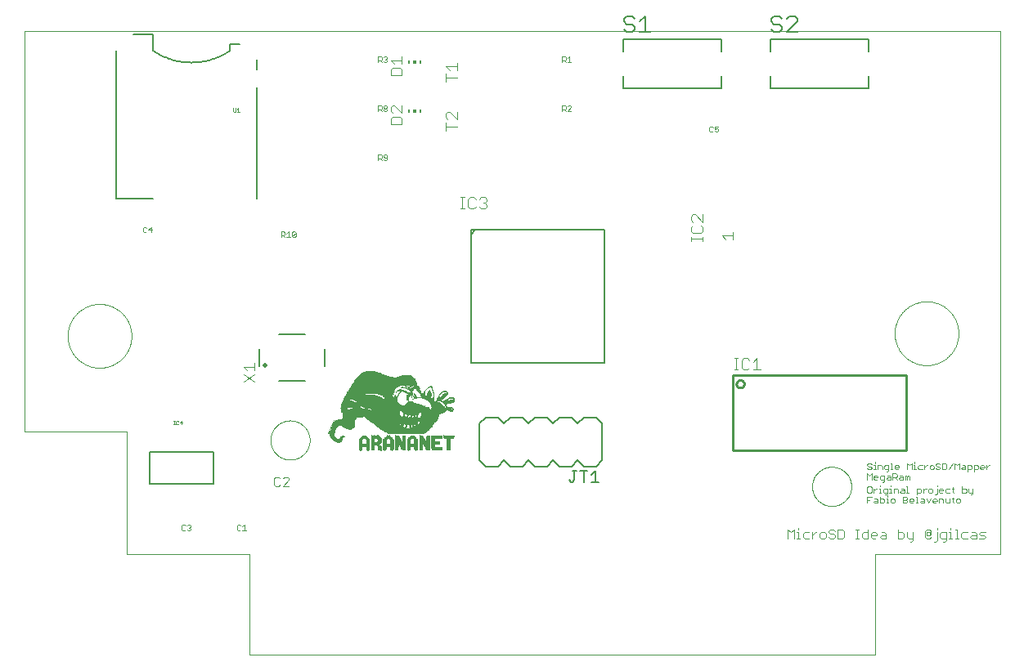
<source format=gto>
G75*
%MOIN*%
%OFA0B0*%
%FSLAX25Y25*%
%IPPOS*%
%LPD*%
%AMOC8*
5,1,8,0,0,1.08239X$1,22.5*
%
%ADD10C,0.00200*%
%ADD11C,0.00300*%
%ADD12R,0.00056X0.03640*%
%ADD13R,0.00056X0.04368*%
%ADD14R,0.00056X0.04536*%
%ADD15R,0.00056X0.04648*%
%ADD16R,0.00056X0.04704*%
%ADD17R,0.00056X0.04760*%
%ADD18R,0.00056X0.04760*%
%ADD19R,0.00056X0.04816*%
%ADD20R,0.00056X0.04984*%
%ADD21R,0.00056X0.05096*%
%ADD22R,0.00056X0.05208*%
%ADD23R,0.00056X0.05208*%
%ADD24R,0.00056X0.05264*%
%ADD25R,0.00056X0.05376*%
%ADD26R,0.00056X0.05488*%
%ADD27R,0.00056X0.05544*%
%ADD28R,0.00056X0.05544*%
%ADD29R,0.00056X0.05432*%
%ADD30R,0.00056X0.01400*%
%ADD31R,0.00056X0.01288*%
%ADD32R,0.00056X0.01344*%
%ADD33R,0.00056X0.01288*%
%ADD34R,0.00056X0.01400*%
%ADD35R,0.00056X0.01456*%
%ADD36R,0.00056X0.01568*%
%ADD37R,0.00056X0.01624*%
%ADD38R,0.00056X0.01512*%
%ADD39R,0.00056X0.01344*%
%ADD40R,0.00056X0.01568*%
%ADD41R,0.00056X0.01624*%
%ADD42R,0.00056X0.01456*%
%ADD43R,0.00056X0.05376*%
%ADD44R,0.00056X0.05432*%
%ADD45R,0.00056X0.05152*%
%ADD46R,0.00056X0.04928*%
%ADD47R,0.00056X0.04872*%
%ADD48R,0.00056X0.04704*%
%ADD49R,0.00056X0.04648*%
%ADD50R,0.00056X0.04592*%
%ADD51R,0.00056X0.04536*%
%ADD52R,0.00056X0.04312*%
%ADD53R,0.00056X0.03808*%
%ADD54R,0.00056X0.05768*%
%ADD55R,0.00056X0.05992*%
%ADD56R,0.00056X0.06104*%
%ADD57R,0.00056X0.06104*%
%ADD58R,0.00056X0.06160*%
%ADD59R,0.00056X0.06160*%
%ADD60R,0.00056X0.06216*%
%ADD61R,0.00056X0.06216*%
%ADD62R,0.00056X0.05824*%
%ADD63R,0.00056X0.01848*%
%ADD64R,0.00056X0.02072*%
%ADD65R,0.00056X0.01680*%
%ADD66R,0.00056X0.02128*%
%ADD67R,0.00056X0.02240*%
%ADD68R,0.00056X0.01736*%
%ADD69R,0.00056X0.02240*%
%ADD70R,0.00056X0.01736*%
%ADD71R,0.00056X0.01792*%
%ADD72R,0.00056X0.02296*%
%ADD73R,0.00056X0.01848*%
%ADD74R,0.00056X0.02408*%
%ADD75R,0.00056X0.05040*%
%ADD76R,0.00056X0.05936*%
%ADD77R,0.00056X0.05992*%
%ADD78R,0.00056X0.06048*%
%ADD79R,0.00056X0.03584*%
%ADD80R,0.00056X0.03472*%
%ADD81R,0.00056X0.03360*%
%ADD82R,0.00056X0.03304*%
%ADD83R,0.00056X0.03248*%
%ADD84R,0.00056X0.03192*%
%ADD85R,0.00056X0.02296*%
%ADD86R,0.00056X0.03080*%
%ADD87R,0.00056X0.02856*%
%ADD88R,0.00056X0.02184*%
%ADD89R,0.00056X0.02520*%
%ADD90R,0.00056X0.02352*%
%ADD91R,0.00056X0.02184*%
%ADD92R,0.00056X0.02128*%
%ADD93R,0.00056X0.02016*%
%ADD94R,0.00056X0.01848*%
%ADD95R,0.00056X0.01008*%
%ADD96R,0.00056X0.03808*%
%ADD97R,0.00056X0.04424*%
%ADD98R,0.00056X0.04816*%
%ADD99R,0.00056X0.04872*%
%ADD100R,0.00056X0.05040*%
%ADD101R,0.00056X0.05152*%
%ADD102R,0.00056X0.05320*%
%ADD103R,0.00056X0.05488*%
%ADD104R,0.00056X0.05600*%
%ADD105R,0.00056X0.01512*%
%ADD106R,0.00056X0.01456*%
%ADD107R,0.00056X0.01512*%
%ADD108R,0.00056X0.05600*%
%ADD109R,0.00056X0.05656*%
%ADD110R,0.00056X0.05264*%
%ADD111R,0.00056X0.04928*%
%ADD112R,0.00056X0.04592*%
%ADD113R,0.00056X0.04480*%
%ADD114R,0.00056X0.04088*%
%ADD115R,0.00056X0.05936*%
%ADD116R,0.00056X0.06104*%
%ADD117R,0.00056X0.06272*%
%ADD118R,0.00056X0.06272*%
%ADD119R,0.00056X0.05768*%
%ADD120R,0.00056X0.02800*%
%ADD121R,0.00056X0.02688*%
%ADD122R,0.00056X0.03024*%
%ADD123R,0.00056X0.03024*%
%ADD124R,0.00056X0.03136*%
%ADD125R,0.00056X0.03136*%
%ADD126R,0.00056X0.02968*%
%ADD127R,0.00056X0.02576*%
%ADD128R,0.00056X0.02632*%
%ADD129R,0.00056X0.02912*%
%ADD130R,0.00056X0.02800*%
%ADD131R,0.00056X0.02464*%
%ADD132R,0.00056X0.02408*%
%ADD133R,0.00056X0.02464*%
%ADD134R,0.00056X0.03080*%
%ADD135R,0.00056X0.02856*%
%ADD136R,0.00056X0.06048*%
%ADD137R,0.00056X0.04032*%
%ADD138R,0.00056X0.05320*%
%ADD139R,0.00056X0.01512*%
%ADD140R,0.00056X0.04984*%
%ADD141R,0.00056X0.03920*%
%ADD142R,0.00056X0.05824*%
%ADD143R,0.00056X0.02744*%
%ADD144R,0.00056X0.02912*%
%ADD145R,0.00056X0.02688*%
%ADD146R,0.00056X0.02520*%
%ADD147R,0.00056X0.02520*%
%ADD148R,0.00056X0.02968*%
%ADD149R,0.00056X0.02632*%
%ADD150R,0.00056X0.02744*%
%ADD151R,0.00056X0.03864*%
%ADD152R,0.00056X0.05880*%
%ADD153R,0.00056X0.01232*%
%ADD154R,0.00056X0.01232*%
%ADD155R,0.00056X0.01176*%
%ADD156R,0.00056X0.01176*%
%ADD157R,0.00056X0.01120*%
%ADD158R,0.00056X0.00504*%
%ADD159R,0.00056X0.01176*%
%ADD160R,0.00056X0.01120*%
%ADD161R,0.00056X0.01064*%
%ADD162R,0.00056X0.01008*%
%ADD163R,0.00056X0.00840*%
%ADD164R,0.00056X0.00840*%
%ADD165R,0.00056X0.00560*%
%ADD166R,0.00056X0.00448*%
%ADD167R,0.00056X0.01176*%
%ADD168R,0.00056X0.00896*%
%ADD169R,0.00056X0.00728*%
%ADD170R,0.00700X0.00100*%
%ADD171R,0.01300X0.00100*%
%ADD172R,0.01800X0.00100*%
%ADD173R,0.02100X0.00100*%
%ADD174R,0.02500X0.00100*%
%ADD175R,0.02700X0.00100*%
%ADD176R,0.02900X0.00100*%
%ADD177R,0.03100X0.00100*%
%ADD178R,0.03300X0.00100*%
%ADD179R,0.03600X0.00100*%
%ADD180R,0.03700X0.00100*%
%ADD181R,0.03900X0.00100*%
%ADD182R,0.04000X0.00100*%
%ADD183R,0.04100X0.00100*%
%ADD184R,0.04300X0.00100*%
%ADD185R,0.02000X0.00100*%
%ADD186R,0.01600X0.00100*%
%ADD187R,0.01700X0.00100*%
%ADD188R,0.01500X0.00100*%
%ADD189R,0.01200X0.00100*%
%ADD190R,0.01900X0.00100*%
%ADD191R,0.01100X0.00100*%
%ADD192R,0.01000X0.00100*%
%ADD193R,0.00500X0.00100*%
%ADD194R,0.02200X0.00100*%
%ADD195R,0.02300X0.00100*%
%ADD196R,0.14900X0.00100*%
%ADD197R,0.00100X0.00100*%
%ADD198R,0.15000X0.00100*%
%ADD199R,0.00200X0.00100*%
%ADD200R,0.15400X0.00100*%
%ADD201R,0.02400X0.00100*%
%ADD202R,0.15700X0.00100*%
%ADD203R,0.16100X0.00100*%
%ADD204R,0.16400X0.00100*%
%ADD205R,0.16800X0.00100*%
%ADD206R,0.17200X0.00100*%
%ADD207R,0.17500X0.00100*%
%ADD208R,0.17800X0.00100*%
%ADD209R,0.18000X0.00100*%
%ADD210R,0.18300X0.00100*%
%ADD211R,0.18600X0.00100*%
%ADD212R,0.18900X0.00100*%
%ADD213R,0.19100X0.00100*%
%ADD214R,0.19400X0.00100*%
%ADD215R,0.19600X0.00100*%
%ADD216R,0.19900X0.00100*%
%ADD217R,0.20000X0.00100*%
%ADD218R,0.20200X0.00100*%
%ADD219R,0.20500X0.00100*%
%ADD220R,0.02800X0.00100*%
%ADD221R,0.20700X0.00100*%
%ADD222R,0.11200X0.00100*%
%ADD223R,0.08500X0.00100*%
%ADD224R,0.03400X0.00100*%
%ADD225R,0.11300X0.00100*%
%ADD226R,0.00400X0.00100*%
%ADD227R,0.07900X0.00100*%
%ADD228R,0.10500X0.00100*%
%ADD229R,0.00600X0.00100*%
%ADD230R,0.07600X0.00100*%
%ADD231R,0.10400X0.00100*%
%ADD232R,0.10300X0.00100*%
%ADD233R,0.04400X0.00100*%
%ADD234R,0.07700X0.00100*%
%ADD235R,0.04700X0.00100*%
%ADD236R,0.10600X0.00100*%
%ADD237R,0.07800X0.00100*%
%ADD238R,0.04800X0.00100*%
%ADD239R,0.10700X0.00100*%
%ADD240R,0.07000X0.00100*%
%ADD241R,0.02600X0.00100*%
%ADD242R,0.05000X0.00100*%
%ADD243R,0.10800X0.00100*%
%ADD244R,0.06900X0.00100*%
%ADD245R,0.05300X0.00100*%
%ADD246R,0.11000X0.00100*%
%ADD247R,0.00800X0.00100*%
%ADD248R,0.06800X0.00100*%
%ADD249R,0.05600X0.00100*%
%ADD250R,0.11100X0.00100*%
%ADD251R,0.05800X0.00100*%
%ADD252R,0.00900X0.00100*%
%ADD253R,0.09100X0.00100*%
%ADD254R,0.09900X0.00100*%
%ADD255R,0.09000X0.00100*%
%ADD256R,0.07100X0.00100*%
%ADD257R,0.08700X0.00100*%
%ADD258R,0.09800X0.00100*%
%ADD259R,0.01400X0.00100*%
%ADD260R,0.03800X0.00100*%
%ADD261R,0.07300X0.00100*%
%ADD262R,0.08800X0.00100*%
%ADD263R,0.10000X0.00100*%
%ADD264R,0.06300X0.00100*%
%ADD265R,0.10100X0.00100*%
%ADD266R,0.07200X0.00100*%
%ADD267R,0.08600X0.00100*%
%ADD268R,0.18100X0.00100*%
%ADD269R,0.06200X0.00100*%
%ADD270R,0.18500X0.00100*%
%ADD271R,0.08400X0.00100*%
%ADD272R,0.18800X0.00100*%
%ADD273R,0.08200X0.00100*%
%ADD274R,0.06400X0.00100*%
%ADD275R,0.08300X0.00100*%
%ADD276R,0.06500X0.00100*%
%ADD277R,0.19200X0.00100*%
%ADD278R,0.06600X0.00100*%
%ADD279R,0.08100X0.00100*%
%ADD280R,0.06700X0.00100*%
%ADD281R,0.19700X0.00100*%
%ADD282R,0.27400X0.00100*%
%ADD283R,0.08000X0.00100*%
%ADD284R,0.27600X0.00100*%
%ADD285R,0.27800X0.00100*%
%ADD286R,0.27900X0.00100*%
%ADD287R,0.28200X0.00100*%
%ADD288R,0.28300X0.00100*%
%ADD289R,0.05900X0.00100*%
%ADD290R,0.28500X0.00100*%
%ADD291R,0.28600X0.00100*%
%ADD292R,0.28800X0.00100*%
%ADD293R,0.29100X0.00100*%
%ADD294R,0.05500X0.00100*%
%ADD295R,0.20900X0.00100*%
%ADD296R,0.21000X0.00100*%
%ADD297R,0.17600X0.00100*%
%ADD298R,0.07500X0.00100*%
%ADD299R,0.16600X0.00100*%
%ADD300R,0.07400X0.00100*%
%ADD301R,0.23800X0.00100*%
%ADD302R,0.23700X0.00100*%
%ADD303R,0.23600X0.00100*%
%ADD304R,0.23500X0.00100*%
%ADD305R,0.05100X0.00100*%
%ADD306R,0.06100X0.00100*%
%ADD307R,0.09200X0.00100*%
%ADD308R,0.04900X0.00100*%
%ADD309R,0.09300X0.00100*%
%ADD310R,0.17300X0.00100*%
%ADD311R,0.12600X0.00100*%
%ADD312R,0.18200X0.00100*%
%ADD313R,0.18400X0.00100*%
%ADD314R,0.10900X0.00100*%
%ADD315R,0.42900X0.00100*%
%ADD316R,0.11800X0.00100*%
%ADD317R,0.30600X0.00100*%
%ADD318R,0.33400X0.00100*%
%ADD319R,0.24100X0.00100*%
%ADD320R,0.23900X0.00100*%
%ADD321R,0.04200X0.00100*%
%ADD322R,0.24200X0.00100*%
%ADD323R,0.03000X0.00100*%
%ADD324R,0.25600X0.00100*%
%ADD325R,0.05400X0.00100*%
%ADD326R,0.25800X0.00100*%
%ADD327R,0.25900X0.00100*%
%ADD328R,0.25500X0.00100*%
%ADD329R,0.25700X0.00100*%
%ADD330R,0.00300X0.00100*%
%ADD331R,0.25400X0.00100*%
%ADD332R,0.25300X0.00100*%
%ADD333R,0.24400X0.00100*%
%ADD334R,0.04600X0.00100*%
%ADD335R,0.23400X0.00100*%
%ADD336R,0.04500X0.00100*%
%ADD337R,0.23100X0.00100*%
%ADD338R,0.23000X0.00100*%
%ADD339R,0.22900X0.00100*%
%ADD340R,0.22700X0.00100*%
%ADD341R,0.03500X0.00100*%
%ADD342R,0.16700X0.00100*%
%ADD343R,0.17000X0.00100*%
%ADD344R,0.17100X0.00100*%
%ADD345R,0.03200X0.00100*%
%ADD346R,0.21900X0.00100*%
%ADD347R,0.22000X0.00100*%
%ADD348R,0.05200X0.00100*%
%ADD349R,0.15900X0.00100*%
%ADD350R,0.15300X0.00100*%
%ADD351R,0.14700X0.00100*%
%ADD352R,0.14500X0.00100*%
%ADD353R,0.14100X0.00100*%
%ADD354R,0.13900X0.00100*%
%ADD355R,0.13500X0.00100*%
%ADD356R,0.13200X0.00100*%
%ADD357R,0.12800X0.00100*%
%ADD358R,0.12300X0.00100*%
%ADD359R,0.11400X0.00100*%
%ADD360R,0.06000X0.00100*%
%ADD361R,0.18700X0.00100*%
%ADD362R,0.19000X0.00100*%
%ADD363R,0.19300X0.00100*%
%ADD364R,0.19500X0.00100*%
%ADD365R,0.20300X0.00100*%
%ADD366R,0.26500X0.00100*%
%ADD367R,0.26400X0.00100*%
%ADD368R,0.26300X0.00100*%
%ADD369R,0.26200X0.00100*%
%ADD370R,0.26100X0.00100*%
%ADD371R,0.26000X0.00100*%
%ADD372R,0.25200X0.00100*%
%ADD373R,0.25000X0.00100*%
%ADD374R,0.24800X0.00100*%
%ADD375R,0.24700X0.00100*%
%ADD376R,0.24600X0.00100*%
%ADD377R,0.24500X0.00100*%
%ADD378R,0.24300X0.00100*%
%ADD379R,0.24000X0.00100*%
%ADD380R,0.23300X0.00100*%
%ADD381R,0.23200X0.00100*%
%ADD382R,0.13600X0.00100*%
%ADD383R,0.13100X0.00100*%
%ADD384R,0.05700X0.00100*%
%ADD385R,0.12200X0.00100*%
%ADD386R,0.09600X0.00100*%
%ADD387R,0.08900X0.00100*%
%ADD388C,0.00400*%
%ADD389R,0.00591X0.01181*%
%ADD390R,0.01181X0.01181*%
%ADD391C,0.01000*%
%ADD392C,0.00800*%
%ADD393C,0.00100*%
%ADD394C,0.00000*%
%ADD395C,0.00600*%
%ADD396C,0.00500*%
%ADD397C,0.02000*%
D10*
X0066340Y0059967D02*
X0066707Y0059600D01*
X0067441Y0059600D01*
X0067808Y0059967D01*
X0068550Y0059967D02*
X0068917Y0059600D01*
X0069651Y0059600D01*
X0070018Y0059967D01*
X0070018Y0060334D01*
X0069651Y0060701D01*
X0069284Y0060701D01*
X0069651Y0060701D02*
X0070018Y0061068D01*
X0070018Y0061435D01*
X0069651Y0061802D01*
X0068917Y0061802D01*
X0068550Y0061435D01*
X0067808Y0061435D02*
X0067441Y0061802D01*
X0066707Y0061802D01*
X0066340Y0061435D01*
X0066340Y0059967D01*
X0088840Y0059967D02*
X0089207Y0059600D01*
X0089941Y0059600D01*
X0090308Y0059967D01*
X0091050Y0059600D02*
X0092518Y0059600D01*
X0091784Y0059600D02*
X0091784Y0061802D01*
X0091050Y0061068D01*
X0090308Y0061435D02*
X0089941Y0061802D01*
X0089207Y0061802D01*
X0088840Y0061435D01*
X0088840Y0059967D01*
X0106836Y0179224D02*
X0106836Y0181426D01*
X0107937Y0181426D01*
X0108304Y0181059D01*
X0108304Y0180325D01*
X0107937Y0179958D01*
X0106836Y0179958D01*
X0107570Y0179958D02*
X0108304Y0179224D01*
X0109046Y0179224D02*
X0110514Y0179224D01*
X0109780Y0179224D02*
X0109780Y0181426D01*
X0109046Y0180692D01*
X0111256Y0181059D02*
X0111623Y0181426D01*
X0112357Y0181426D01*
X0112724Y0181059D01*
X0111256Y0179591D01*
X0111623Y0179224D01*
X0112357Y0179224D01*
X0112724Y0179591D01*
X0112724Y0181059D01*
X0111256Y0181059D02*
X0111256Y0179591D01*
X0146340Y0210600D02*
X0146340Y0212802D01*
X0147441Y0212802D01*
X0147808Y0212435D01*
X0147808Y0211701D01*
X0147441Y0211334D01*
X0146340Y0211334D01*
X0147074Y0211334D02*
X0147808Y0210600D01*
X0148550Y0210967D02*
X0148917Y0210600D01*
X0149651Y0210600D01*
X0150018Y0210967D01*
X0150018Y0212435D01*
X0149651Y0212802D01*
X0148917Y0212802D01*
X0148550Y0212435D01*
X0148550Y0212068D01*
X0148917Y0211701D01*
X0150018Y0211701D01*
X0149651Y0230600D02*
X0148917Y0230600D01*
X0148550Y0230967D01*
X0148550Y0231334D01*
X0148917Y0231701D01*
X0149651Y0231701D01*
X0150018Y0231334D01*
X0150018Y0230967D01*
X0149651Y0230600D01*
X0149651Y0231701D02*
X0150018Y0232068D01*
X0150018Y0232435D01*
X0149651Y0232802D01*
X0148917Y0232802D01*
X0148550Y0232435D01*
X0148550Y0232068D01*
X0148917Y0231701D01*
X0147808Y0231701D02*
X0147441Y0231334D01*
X0146340Y0231334D01*
X0146340Y0230600D02*
X0146340Y0232802D01*
X0147441Y0232802D01*
X0147808Y0232435D01*
X0147808Y0231701D01*
X0147074Y0231334D02*
X0147808Y0230600D01*
X0147808Y0250600D02*
X0147074Y0251334D01*
X0147441Y0251334D02*
X0146340Y0251334D01*
X0146340Y0250600D02*
X0146340Y0252802D01*
X0147441Y0252802D01*
X0147808Y0252435D01*
X0147808Y0251701D01*
X0147441Y0251334D01*
X0148550Y0250967D02*
X0148917Y0250600D01*
X0149651Y0250600D01*
X0150018Y0250967D01*
X0150018Y0251334D01*
X0149651Y0251701D01*
X0149284Y0251701D01*
X0149651Y0251701D02*
X0150018Y0252068D01*
X0150018Y0252435D01*
X0149651Y0252802D01*
X0148917Y0252802D01*
X0148550Y0252435D01*
X0221340Y0252802D02*
X0222441Y0252802D01*
X0222808Y0252435D01*
X0222808Y0251701D01*
X0222441Y0251334D01*
X0221340Y0251334D01*
X0221340Y0250600D02*
X0221340Y0252802D01*
X0222074Y0251334D02*
X0222808Y0250600D01*
X0223550Y0250600D02*
X0225018Y0250600D01*
X0224284Y0250600D02*
X0224284Y0252802D01*
X0223550Y0252068D01*
X0223917Y0232802D02*
X0223550Y0232435D01*
X0223917Y0232802D02*
X0224651Y0232802D01*
X0225018Y0232435D01*
X0225018Y0232068D01*
X0223550Y0230600D01*
X0225018Y0230600D01*
X0222808Y0230600D02*
X0222074Y0231334D01*
X0222441Y0231334D02*
X0221340Y0231334D01*
X0221340Y0230600D02*
X0221340Y0232802D01*
X0222441Y0232802D01*
X0222808Y0232435D01*
X0222808Y0231701D01*
X0222441Y0231334D01*
X0281340Y0223935D02*
X0281340Y0222467D01*
X0281707Y0222100D01*
X0282441Y0222100D01*
X0282808Y0222467D01*
X0283550Y0222467D02*
X0283917Y0222100D01*
X0284651Y0222100D01*
X0285018Y0222467D01*
X0285018Y0223201D01*
X0284651Y0223568D01*
X0284284Y0223568D01*
X0283550Y0223201D01*
X0283550Y0224302D01*
X0285018Y0224302D01*
X0282808Y0223935D02*
X0282441Y0224302D01*
X0281707Y0224302D01*
X0281340Y0223935D01*
X0346146Y0087006D02*
X0345713Y0086573D01*
X0345713Y0086139D01*
X0346146Y0085705D01*
X0347014Y0085705D01*
X0347448Y0085272D01*
X0347448Y0084838D01*
X0347014Y0084404D01*
X0346146Y0084404D01*
X0345713Y0084838D01*
X0345713Y0082806D02*
X0346580Y0081939D01*
X0347448Y0082806D01*
X0347448Y0080204D01*
X0348291Y0080638D02*
X0348291Y0081505D01*
X0348725Y0081939D01*
X0349592Y0081939D01*
X0350026Y0081505D01*
X0350026Y0081072D01*
X0348291Y0081072D01*
X0348291Y0080638D02*
X0348725Y0080204D01*
X0349592Y0080204D01*
X0350869Y0080638D02*
X0351303Y0080204D01*
X0352604Y0080204D01*
X0352604Y0079770D02*
X0352604Y0081939D01*
X0351303Y0081939D01*
X0350869Y0081505D01*
X0350869Y0080638D01*
X0351737Y0079337D02*
X0352170Y0079337D01*
X0352604Y0079770D01*
X0353447Y0080638D02*
X0353881Y0081072D01*
X0355182Y0081072D01*
X0355182Y0081505D02*
X0355182Y0080204D01*
X0353881Y0080204D01*
X0353447Y0080638D01*
X0353881Y0081939D02*
X0354748Y0081939D01*
X0355182Y0081505D01*
X0356026Y0081072D02*
X0357327Y0081072D01*
X0357760Y0081505D01*
X0357760Y0082373D01*
X0357327Y0082806D01*
X0356026Y0082806D01*
X0356026Y0080204D01*
X0356893Y0081072D02*
X0357760Y0080204D01*
X0358604Y0080638D02*
X0359037Y0081072D01*
X0360339Y0081072D01*
X0360339Y0081505D02*
X0360339Y0080204D01*
X0359037Y0080204D01*
X0358604Y0080638D01*
X0359037Y0081939D02*
X0359905Y0081939D01*
X0360339Y0081505D01*
X0361182Y0081939D02*
X0361616Y0081939D01*
X0362049Y0081505D01*
X0362483Y0081939D01*
X0362917Y0081505D01*
X0362917Y0080204D01*
X0362049Y0080204D02*
X0362049Y0081505D01*
X0361182Y0081939D02*
X0361182Y0080204D01*
X0361596Y0077554D02*
X0362030Y0077554D01*
X0362030Y0074952D01*
X0362463Y0074952D02*
X0361596Y0074952D01*
X0360752Y0074952D02*
X0359451Y0074952D01*
X0359018Y0075386D01*
X0359451Y0075820D01*
X0360752Y0075820D01*
X0360752Y0076253D02*
X0360752Y0074952D01*
X0360752Y0076253D02*
X0360319Y0076687D01*
X0359451Y0076687D01*
X0358174Y0076253D02*
X0358174Y0074952D01*
X0358174Y0076253D02*
X0357741Y0076687D01*
X0356439Y0076687D01*
X0356439Y0074952D01*
X0355588Y0074952D02*
X0354721Y0074952D01*
X0355154Y0074952D02*
X0355154Y0076687D01*
X0354721Y0076687D01*
X0353877Y0076687D02*
X0352576Y0076687D01*
X0352142Y0076253D01*
X0352142Y0075386D01*
X0352576Y0074952D01*
X0353877Y0074952D01*
X0353877Y0074518D02*
X0353877Y0076687D01*
X0355154Y0077554D02*
X0355154Y0077988D01*
X0353877Y0074518D02*
X0353444Y0074085D01*
X0353010Y0074085D01*
X0353865Y0073788D02*
X0353865Y0073354D01*
X0353865Y0072487D02*
X0353865Y0070752D01*
X0353432Y0070752D02*
X0354299Y0070752D01*
X0355150Y0071186D02*
X0355584Y0070752D01*
X0356451Y0070752D01*
X0356885Y0071186D01*
X0356885Y0072053D01*
X0356451Y0072487D01*
X0355584Y0072487D01*
X0355150Y0072053D01*
X0355150Y0071186D01*
X0353865Y0072487D02*
X0353432Y0072487D01*
X0352588Y0072053D02*
X0352154Y0072487D01*
X0350853Y0072487D01*
X0350853Y0073354D02*
X0350853Y0070752D01*
X0352154Y0070752D01*
X0352588Y0071186D01*
X0352588Y0072053D01*
X0350010Y0072053D02*
X0350010Y0070752D01*
X0348709Y0070752D01*
X0348275Y0071186D01*
X0348709Y0071620D01*
X0350010Y0071620D01*
X0350010Y0072053D02*
X0349576Y0072487D01*
X0348709Y0072487D01*
X0347432Y0073354D02*
X0345697Y0073354D01*
X0345697Y0070752D01*
X0345697Y0072053D02*
X0346564Y0072053D01*
X0346131Y0074952D02*
X0346998Y0074952D01*
X0347432Y0075386D01*
X0347432Y0077121D01*
X0346998Y0077554D01*
X0346131Y0077554D01*
X0345697Y0077121D01*
X0345697Y0075386D01*
X0346131Y0074952D01*
X0348275Y0074952D02*
X0348275Y0076687D01*
X0348275Y0075820D02*
X0349143Y0076687D01*
X0349576Y0076687D01*
X0350424Y0076687D02*
X0350857Y0076687D01*
X0350857Y0074952D01*
X0350424Y0074952D02*
X0351291Y0074952D01*
X0350857Y0077554D02*
X0350857Y0077988D01*
X0345713Y0080204D02*
X0345713Y0082806D01*
X0348291Y0084404D02*
X0349158Y0084404D01*
X0348725Y0084404D02*
X0348725Y0086139D01*
X0348291Y0086139D01*
X0347448Y0086573D02*
X0347014Y0087006D01*
X0346146Y0087006D01*
X0348725Y0087006D02*
X0348725Y0087440D01*
X0350010Y0086139D02*
X0351311Y0086139D01*
X0351745Y0085705D01*
X0351745Y0084404D01*
X0352588Y0084838D02*
X0353022Y0084404D01*
X0354323Y0084404D01*
X0354323Y0083970D02*
X0354323Y0086139D01*
X0353022Y0086139D01*
X0352588Y0085705D01*
X0352588Y0084838D01*
X0353455Y0083537D02*
X0353889Y0083537D01*
X0354323Y0083970D01*
X0355166Y0084404D02*
X0356034Y0084404D01*
X0355600Y0084404D02*
X0355600Y0087006D01*
X0355166Y0087006D01*
X0356885Y0085705D02*
X0357319Y0086139D01*
X0358186Y0086139D01*
X0358620Y0085705D01*
X0358620Y0085272D01*
X0356885Y0085272D01*
X0356885Y0085705D02*
X0356885Y0084838D01*
X0357319Y0084404D01*
X0358186Y0084404D01*
X0362041Y0084404D02*
X0362041Y0087006D01*
X0362909Y0086139D01*
X0363776Y0087006D01*
X0363776Y0084404D01*
X0364620Y0084404D02*
X0365487Y0084404D01*
X0365053Y0084404D02*
X0365053Y0086139D01*
X0364620Y0086139D01*
X0365053Y0087006D02*
X0365053Y0087440D01*
X0366772Y0086139D02*
X0366338Y0085705D01*
X0366338Y0084838D01*
X0366772Y0084404D01*
X0368073Y0084404D01*
X0368916Y0084404D02*
X0368916Y0086139D01*
X0368073Y0086139D02*
X0366772Y0086139D01*
X0368916Y0085272D02*
X0369784Y0086139D01*
X0370218Y0086139D01*
X0371065Y0085705D02*
X0371065Y0084838D01*
X0371499Y0084404D01*
X0372366Y0084404D01*
X0372800Y0084838D01*
X0372800Y0085705D01*
X0372366Y0086139D01*
X0371499Y0086139D01*
X0371065Y0085705D01*
X0373643Y0086139D02*
X0374077Y0085705D01*
X0374944Y0085705D01*
X0375378Y0085272D01*
X0375378Y0084838D01*
X0374944Y0084404D01*
X0374077Y0084404D01*
X0373643Y0084838D01*
X0373643Y0086139D02*
X0373643Y0086573D01*
X0374077Y0087006D01*
X0374944Y0087006D01*
X0375378Y0086573D01*
X0376221Y0087006D02*
X0377523Y0087006D01*
X0377956Y0086573D01*
X0377956Y0084838D01*
X0377523Y0084404D01*
X0376221Y0084404D01*
X0376221Y0087006D01*
X0378800Y0084404D02*
X0380534Y0087006D01*
X0381378Y0087006D02*
X0382245Y0086139D01*
X0383113Y0087006D01*
X0383113Y0084404D01*
X0383956Y0084838D02*
X0384390Y0085272D01*
X0385691Y0085272D01*
X0385691Y0085705D02*
X0385691Y0084404D01*
X0384390Y0084404D01*
X0383956Y0084838D01*
X0384390Y0086139D02*
X0385257Y0086139D01*
X0385691Y0085705D01*
X0386534Y0086139D02*
X0387835Y0086139D01*
X0388269Y0085705D01*
X0388269Y0084838D01*
X0387835Y0084404D01*
X0386534Y0084404D01*
X0386534Y0083537D02*
X0386534Y0086139D01*
X0389112Y0086139D02*
X0389112Y0083537D01*
X0389112Y0084404D02*
X0390413Y0084404D01*
X0390847Y0084838D01*
X0390847Y0085705D01*
X0390413Y0086139D01*
X0389112Y0086139D01*
X0391691Y0085705D02*
X0391691Y0084838D01*
X0392124Y0084404D01*
X0392992Y0084404D01*
X0393425Y0085272D02*
X0391691Y0085272D01*
X0391691Y0085705D02*
X0392124Y0086139D01*
X0392992Y0086139D01*
X0393425Y0085705D01*
X0393425Y0085272D01*
X0394269Y0085272D02*
X0395136Y0086139D01*
X0395570Y0086139D01*
X0394269Y0086139D02*
X0394269Y0084404D01*
X0384370Y0077554D02*
X0384370Y0074952D01*
X0385671Y0074952D01*
X0386105Y0075386D01*
X0386105Y0076253D01*
X0385671Y0076687D01*
X0384370Y0076687D01*
X0386948Y0076687D02*
X0386948Y0075386D01*
X0387382Y0074952D01*
X0388683Y0074952D01*
X0388683Y0074518D02*
X0388249Y0074085D01*
X0387816Y0074085D01*
X0388683Y0074518D02*
X0388683Y0076687D01*
X0383527Y0072053D02*
X0383093Y0072487D01*
X0382225Y0072487D01*
X0381792Y0072053D01*
X0381792Y0071186D01*
X0382225Y0070752D01*
X0383093Y0070752D01*
X0383527Y0071186D01*
X0383527Y0072053D01*
X0380940Y0072487D02*
X0380073Y0072487D01*
X0380507Y0072921D02*
X0380507Y0071186D01*
X0380940Y0070752D01*
X0379230Y0070752D02*
X0379230Y0072487D01*
X0379230Y0070752D02*
X0377928Y0070752D01*
X0377495Y0071186D01*
X0377495Y0072487D01*
X0376651Y0072053D02*
X0376651Y0070752D01*
X0376651Y0072053D02*
X0376218Y0072487D01*
X0374917Y0072487D01*
X0374917Y0070752D01*
X0374073Y0071620D02*
X0372338Y0071620D01*
X0372338Y0072053D02*
X0372772Y0072487D01*
X0373639Y0072487D01*
X0374073Y0072053D01*
X0374073Y0071620D01*
X0373639Y0070752D02*
X0372772Y0070752D01*
X0372338Y0071186D01*
X0372338Y0072053D01*
X0371495Y0072487D02*
X0370628Y0070752D01*
X0369760Y0072487D01*
X0368917Y0072053D02*
X0368917Y0070752D01*
X0367616Y0070752D01*
X0367182Y0071186D01*
X0367616Y0071620D01*
X0368917Y0071620D01*
X0368917Y0072053D02*
X0368483Y0072487D01*
X0367616Y0072487D01*
X0365897Y0073354D02*
X0365897Y0070752D01*
X0365463Y0070752D02*
X0366331Y0070752D01*
X0364620Y0071620D02*
X0362885Y0071620D01*
X0362885Y0072053D02*
X0363319Y0072487D01*
X0364186Y0072487D01*
X0364620Y0072053D01*
X0364620Y0071620D01*
X0364186Y0070752D02*
X0363319Y0070752D01*
X0362885Y0071186D01*
X0362885Y0072053D01*
X0362042Y0071620D02*
X0362042Y0071186D01*
X0361608Y0070752D01*
X0360307Y0070752D01*
X0360307Y0073354D01*
X0361608Y0073354D01*
X0362042Y0072921D01*
X0362042Y0072487D01*
X0361608Y0072053D01*
X0360307Y0072053D01*
X0361608Y0072053D02*
X0362042Y0071620D01*
X0365463Y0073354D02*
X0365897Y0073354D01*
X0365893Y0074085D02*
X0365893Y0076687D01*
X0367194Y0076687D01*
X0367628Y0076253D01*
X0367628Y0075386D01*
X0367194Y0074952D01*
X0365893Y0074952D01*
X0368471Y0074952D02*
X0368471Y0076687D01*
X0368471Y0075820D02*
X0369338Y0076687D01*
X0369772Y0076687D01*
X0370620Y0076253D02*
X0370620Y0075386D01*
X0371053Y0074952D01*
X0371921Y0074952D01*
X0372354Y0075386D01*
X0372354Y0076253D01*
X0371921Y0076687D01*
X0371053Y0076687D01*
X0370620Y0076253D01*
X0373198Y0074085D02*
X0373631Y0074085D01*
X0374065Y0074518D01*
X0374065Y0076687D01*
X0374065Y0077554D02*
X0374065Y0077988D01*
X0375350Y0076687D02*
X0374917Y0076253D01*
X0374917Y0075386D01*
X0375350Y0074952D01*
X0376218Y0074952D01*
X0376651Y0075820D02*
X0374917Y0075820D01*
X0375350Y0076687D02*
X0376218Y0076687D01*
X0376651Y0076253D01*
X0376651Y0075820D01*
X0377495Y0076253D02*
X0377495Y0075386D01*
X0377928Y0074952D01*
X0379230Y0074952D01*
X0380507Y0075386D02*
X0380507Y0077121D01*
X0380073Y0076687D02*
X0380940Y0076687D01*
X0380507Y0075386D02*
X0380940Y0074952D01*
X0379230Y0076687D02*
X0377928Y0076687D01*
X0377495Y0076253D01*
X0381378Y0084404D02*
X0381378Y0087006D01*
X0350010Y0086139D02*
X0350010Y0084404D01*
X0054105Y0182169D02*
X0052637Y0182169D01*
X0053738Y0183270D01*
X0053738Y0181068D01*
X0051895Y0181435D02*
X0051528Y0181068D01*
X0050794Y0181068D01*
X0050427Y0181435D01*
X0050427Y0182903D01*
X0050794Y0183270D01*
X0051528Y0183270D01*
X0051895Y0182903D01*
D11*
X0104507Y0081353D02*
X0103890Y0080736D01*
X0103890Y0078267D01*
X0104507Y0077650D01*
X0105742Y0077650D01*
X0106359Y0078267D01*
X0107573Y0077650D02*
X0110042Y0080119D01*
X0110042Y0080736D01*
X0109425Y0081353D01*
X0108191Y0081353D01*
X0107573Y0080736D01*
X0106359Y0080736D02*
X0105742Y0081353D01*
X0104507Y0081353D01*
X0107573Y0077650D02*
X0110042Y0077650D01*
X0313366Y0059993D02*
X0313366Y0056289D01*
X0315835Y0056289D02*
X0315835Y0059993D01*
X0314601Y0058758D01*
X0313366Y0059993D01*
X0317049Y0058758D02*
X0317667Y0058758D01*
X0317667Y0056289D01*
X0318284Y0056289D02*
X0317049Y0056289D01*
X0319505Y0056907D02*
X0320122Y0056289D01*
X0321974Y0056289D01*
X0323188Y0056289D02*
X0323188Y0058758D01*
X0321974Y0058758D02*
X0320122Y0058758D01*
X0319505Y0058141D01*
X0319505Y0056907D01*
X0317667Y0059993D02*
X0317667Y0060610D01*
X0323188Y0057524D02*
X0324422Y0058758D01*
X0325040Y0058758D01*
X0326257Y0058141D02*
X0326257Y0056907D01*
X0326875Y0056289D01*
X0328109Y0056289D01*
X0328726Y0056907D01*
X0328726Y0058141D01*
X0328109Y0058758D01*
X0326875Y0058758D01*
X0326257Y0058141D01*
X0329940Y0058758D02*
X0330558Y0058141D01*
X0331792Y0058141D01*
X0332409Y0057524D01*
X0332409Y0056907D01*
X0331792Y0056289D01*
X0330558Y0056289D01*
X0329940Y0056907D01*
X0329940Y0058758D02*
X0329940Y0059375D01*
X0330558Y0059993D01*
X0331792Y0059993D01*
X0332409Y0059375D01*
X0333624Y0059993D02*
X0333624Y0056289D01*
X0335475Y0056289D01*
X0336092Y0056907D01*
X0336092Y0059375D01*
X0335475Y0059993D01*
X0333624Y0059993D01*
X0340990Y0059993D02*
X0342224Y0059993D01*
X0341607Y0059993D02*
X0341607Y0056289D01*
X0340990Y0056289D02*
X0342224Y0056289D01*
X0343445Y0056907D02*
X0343445Y0058141D01*
X0344063Y0058758D01*
X0345914Y0058758D01*
X0345914Y0059993D02*
X0345914Y0056289D01*
X0344063Y0056289D01*
X0343445Y0056907D01*
X0347128Y0056907D02*
X0347746Y0056289D01*
X0348980Y0056289D01*
X0349597Y0057524D02*
X0347128Y0057524D01*
X0347128Y0058141D02*
X0347746Y0058758D01*
X0348980Y0058758D01*
X0349597Y0058141D01*
X0349597Y0057524D01*
X0350812Y0056907D02*
X0351429Y0057524D01*
X0353280Y0057524D01*
X0353280Y0058141D02*
X0353280Y0056289D01*
X0351429Y0056289D01*
X0350812Y0056907D01*
X0351429Y0058758D02*
X0352663Y0058758D01*
X0353280Y0058141D01*
X0358178Y0058758D02*
X0360029Y0058758D01*
X0360647Y0058141D01*
X0360647Y0056907D01*
X0360029Y0056289D01*
X0358178Y0056289D01*
X0358178Y0059993D01*
X0361861Y0058758D02*
X0361861Y0056907D01*
X0362478Y0056289D01*
X0364330Y0056289D01*
X0364330Y0055672D02*
X0363713Y0055055D01*
X0363095Y0055055D01*
X0364330Y0055672D02*
X0364330Y0058758D01*
X0369227Y0059375D02*
X0369845Y0059993D01*
X0371079Y0059993D01*
X0371696Y0059375D01*
X0371696Y0058141D01*
X0371079Y0057524D01*
X0371079Y0058758D01*
X0369845Y0058758D01*
X0369845Y0057524D01*
X0371079Y0057524D01*
X0371696Y0056907D02*
X0371079Y0056289D01*
X0369845Y0056289D01*
X0369227Y0056907D01*
X0369227Y0059375D01*
X0374145Y0058758D02*
X0374145Y0055672D01*
X0373528Y0055055D01*
X0372910Y0055055D01*
X0375366Y0056907D02*
X0375983Y0056289D01*
X0377835Y0056289D01*
X0377835Y0055672D02*
X0377835Y0058758D01*
X0375983Y0058758D01*
X0375366Y0058141D01*
X0375366Y0056907D01*
X0376600Y0055055D02*
X0377217Y0055055D01*
X0377835Y0055672D01*
X0379049Y0056289D02*
X0380283Y0056289D01*
X0379666Y0056289D02*
X0379666Y0058758D01*
X0379049Y0058758D01*
X0379666Y0059993D02*
X0379666Y0060610D01*
X0381504Y0059993D02*
X0382122Y0059993D01*
X0382122Y0056289D01*
X0382739Y0056289D02*
X0381504Y0056289D01*
X0383960Y0056907D02*
X0384577Y0056289D01*
X0386429Y0056289D01*
X0387643Y0056907D02*
X0388260Y0057524D01*
X0390112Y0057524D01*
X0390112Y0058141D02*
X0390112Y0056289D01*
X0388260Y0056289D01*
X0387643Y0056907D01*
X0388260Y0058758D02*
X0389495Y0058758D01*
X0390112Y0058141D01*
X0391326Y0058141D02*
X0391943Y0058758D01*
X0393795Y0058758D01*
X0393178Y0057524D02*
X0391943Y0057524D01*
X0391326Y0058141D01*
X0391326Y0056289D02*
X0393178Y0056289D01*
X0393795Y0056907D01*
X0393178Y0057524D01*
X0386429Y0058758D02*
X0384577Y0058758D01*
X0383960Y0058141D01*
X0383960Y0056907D01*
X0374145Y0059993D02*
X0374145Y0060610D01*
X0347128Y0058141D02*
X0347128Y0056907D01*
D12*
X0138824Y0094597D03*
D13*
X0138880Y0094569D03*
X0162512Y0094457D03*
D14*
X0138936Y0094541D03*
D15*
X0138992Y0094541D03*
X0148792Y0094541D03*
D16*
X0152544Y0094513D03*
X0162344Y0094513D03*
X0139048Y0094513D03*
D17*
X0139104Y0094541D03*
X0142632Y0094541D03*
X0148848Y0094541D03*
X0148904Y0094541D03*
X0158648Y0094541D03*
X0158704Y0094541D03*
X0162232Y0094541D03*
X0164640Y0095661D03*
D18*
X0152488Y0094541D03*
X0139160Y0094541D03*
D19*
X0139216Y0094569D03*
X0142576Y0094569D03*
X0152376Y0094569D03*
X0152432Y0094569D03*
X0157696Y0095409D03*
X0162176Y0094569D03*
X0167608Y0095353D03*
D20*
X0139272Y0094653D03*
D21*
X0139328Y0094709D03*
X0140000Y0095325D03*
X0142408Y0094653D03*
X0152264Y0094653D03*
X0158872Y0094653D03*
X0162008Y0094653D03*
D22*
X0158984Y0094709D03*
X0152152Y0094709D03*
X0149352Y0094765D03*
X0149184Y0094709D03*
X0142184Y0094765D03*
X0139552Y0094765D03*
X0139384Y0094709D03*
D23*
X0139440Y0094709D03*
X0139496Y0094765D03*
X0142240Y0094765D03*
X0142296Y0094709D03*
X0149296Y0094765D03*
X0161896Y0094709D03*
D24*
X0161840Y0094737D03*
X0161728Y0094793D03*
X0161672Y0094793D03*
X0159264Y0094793D03*
X0159096Y0094737D03*
X0159040Y0094737D03*
X0152096Y0094737D03*
X0152040Y0094737D03*
X0151928Y0094793D03*
X0149408Y0094793D03*
X0149240Y0094737D03*
X0142128Y0094793D03*
X0142072Y0094793D03*
X0139664Y0094793D03*
X0139608Y0094793D03*
D25*
X0139720Y0094849D03*
X0159320Y0094849D03*
D26*
X0159544Y0095073D03*
X0149744Y0095129D03*
X0139776Y0094961D03*
D27*
X0139832Y0094989D03*
X0141848Y0095045D03*
X0141904Y0094989D03*
X0149576Y0094989D03*
X0159376Y0094933D03*
X0159432Y0094989D03*
X0175896Y0095549D03*
D28*
X0151760Y0094933D03*
X0149688Y0095045D03*
X0141792Y0095101D03*
X0139888Y0095045D03*
D29*
X0139944Y0095101D03*
X0151536Y0095157D03*
X0161336Y0095157D03*
D30*
X0161224Y0097229D03*
X0145992Y0097677D03*
X0145992Y0094765D03*
X0141624Y0097229D03*
X0140056Y0097173D03*
D31*
X0140784Y0097677D03*
X0140952Y0097677D03*
X0141120Y0097677D03*
X0141120Y0094317D03*
X0140952Y0094317D03*
X0140784Y0094317D03*
X0140560Y0094317D03*
X0140392Y0094317D03*
X0140224Y0094317D03*
X0140056Y0094317D03*
X0141288Y0094317D03*
X0141456Y0094317D03*
X0141624Y0094317D03*
X0144984Y0094765D03*
X0145152Y0094765D03*
X0145320Y0094765D03*
X0145488Y0094765D03*
X0145656Y0094765D03*
X0145824Y0094765D03*
X0145488Y0097677D03*
X0145320Y0097677D03*
X0145152Y0097677D03*
X0144984Y0097677D03*
X0160384Y0097677D03*
X0160552Y0097677D03*
X0160720Y0097677D03*
X0169624Y0097677D03*
X0169792Y0097677D03*
X0169960Y0097677D03*
X0170184Y0097677D03*
X0170352Y0097677D03*
X0170520Y0097677D03*
X0170688Y0097677D03*
X0170856Y0097677D03*
X0171024Y0097677D03*
X0171192Y0097677D03*
X0171360Y0097677D03*
X0171584Y0097677D03*
X0171752Y0097677D03*
X0171920Y0097677D03*
X0173656Y0097677D03*
X0173824Y0097677D03*
X0173992Y0097677D03*
X0174160Y0097677D03*
X0174384Y0097677D03*
X0174552Y0097677D03*
X0175952Y0097677D03*
X0176120Y0097677D03*
X0176288Y0097677D03*
X0176456Y0097677D03*
X0176624Y0097677D03*
X0176792Y0097677D03*
X0176960Y0097677D03*
X0170688Y0095213D03*
X0170520Y0095213D03*
X0170352Y0095213D03*
X0170184Y0095213D03*
X0170856Y0092805D03*
X0171024Y0092805D03*
X0171192Y0092805D03*
X0171360Y0092805D03*
X0171584Y0092805D03*
X0171752Y0092805D03*
X0171920Y0092805D03*
D32*
X0170800Y0092777D03*
X0170744Y0092777D03*
X0170632Y0092777D03*
X0170576Y0092777D03*
X0170464Y0092777D03*
X0170408Y0092777D03*
X0170296Y0092777D03*
X0170240Y0092777D03*
X0170128Y0092777D03*
X0170072Y0092777D03*
X0170016Y0092777D03*
X0169904Y0092777D03*
X0169848Y0092777D03*
X0169736Y0092777D03*
X0169680Y0092777D03*
X0169568Y0092777D03*
X0169568Y0095241D03*
X0169680Y0095241D03*
X0169736Y0095241D03*
X0169848Y0095241D03*
X0169904Y0095241D03*
X0170016Y0095241D03*
X0170072Y0095241D03*
X0170128Y0095241D03*
X0161280Y0094289D03*
X0161168Y0094289D03*
X0161112Y0094289D03*
X0161000Y0094289D03*
X0160944Y0094289D03*
X0160832Y0094289D03*
X0160776Y0094289D03*
X0160664Y0094289D03*
X0160608Y0094289D03*
X0160496Y0094289D03*
X0160440Y0094289D03*
X0160328Y0094289D03*
X0160272Y0094289D03*
X0160216Y0094289D03*
X0160104Y0094289D03*
X0160048Y0094289D03*
X0159936Y0094289D03*
X0159880Y0094289D03*
X0159768Y0094289D03*
X0159712Y0094289D03*
X0161168Y0097257D03*
X0160776Y0097649D03*
X0150976Y0097649D03*
X0150808Y0097705D03*
X0150696Y0097705D03*
X0150640Y0097705D03*
X0150528Y0097705D03*
X0150472Y0097705D03*
X0150416Y0097649D03*
X0150416Y0094289D03*
X0150472Y0094289D03*
X0150528Y0094289D03*
X0150640Y0094289D03*
X0150696Y0094289D03*
X0150808Y0094289D03*
X0150864Y0094289D03*
X0150976Y0094289D03*
X0151032Y0094289D03*
X0151144Y0094289D03*
X0151200Y0094289D03*
X0151312Y0094289D03*
X0151368Y0094289D03*
X0151480Y0094289D03*
X0150304Y0094289D03*
X0150248Y0094289D03*
X0150136Y0094289D03*
X0150080Y0094289D03*
X0149968Y0094289D03*
X0149912Y0094289D03*
X0147840Y0093057D03*
X0145936Y0094793D03*
X0145880Y0094793D03*
X0146048Y0097649D03*
X0145936Y0097705D03*
X0145880Y0097705D03*
X0145768Y0097705D03*
X0145712Y0097705D03*
X0141568Y0097257D03*
X0141176Y0097649D03*
X0140504Y0097649D03*
X0140112Y0097257D03*
D33*
X0140616Y0097677D03*
X0140672Y0097677D03*
X0140728Y0097677D03*
X0140840Y0097677D03*
X0140896Y0097677D03*
X0141008Y0097677D03*
X0141064Y0097677D03*
X0141064Y0094317D03*
X0141008Y0094317D03*
X0140896Y0094317D03*
X0140840Y0094317D03*
X0140728Y0094317D03*
X0140672Y0094317D03*
X0140616Y0094317D03*
X0140504Y0094317D03*
X0140448Y0094317D03*
X0140336Y0094317D03*
X0140280Y0094317D03*
X0140168Y0094317D03*
X0140112Y0094317D03*
X0141176Y0094317D03*
X0141232Y0094317D03*
X0141344Y0094317D03*
X0141400Y0094317D03*
X0141512Y0094317D03*
X0141568Y0094317D03*
X0141680Y0094317D03*
X0144928Y0094765D03*
X0145040Y0094765D03*
X0145096Y0094765D03*
X0145208Y0094765D03*
X0145264Y0094765D03*
X0145376Y0094765D03*
X0145432Y0094765D03*
X0145544Y0094765D03*
X0145600Y0094765D03*
X0145712Y0094765D03*
X0145768Y0094765D03*
X0145600Y0097677D03*
X0145544Y0097677D03*
X0145432Y0097677D03*
X0145376Y0097677D03*
X0145264Y0097677D03*
X0145208Y0097677D03*
X0145096Y0097677D03*
X0145040Y0097677D03*
X0144928Y0097677D03*
X0160216Y0097677D03*
X0160272Y0097677D03*
X0160328Y0097677D03*
X0160440Y0097677D03*
X0160496Y0097677D03*
X0160608Y0097677D03*
X0160664Y0097677D03*
X0169568Y0097677D03*
X0169680Y0097677D03*
X0169736Y0097677D03*
X0169848Y0097677D03*
X0169904Y0097677D03*
X0170016Y0097677D03*
X0170072Y0097677D03*
X0170128Y0097677D03*
X0170240Y0097677D03*
X0170296Y0097677D03*
X0170408Y0097677D03*
X0170464Y0097677D03*
X0170576Y0097677D03*
X0170632Y0097677D03*
X0170744Y0097677D03*
X0170800Y0097677D03*
X0170912Y0097677D03*
X0170968Y0097677D03*
X0171080Y0097677D03*
X0171136Y0097677D03*
X0171248Y0097677D03*
X0171304Y0097677D03*
X0171416Y0097677D03*
X0171472Y0097677D03*
X0171528Y0097677D03*
X0171640Y0097677D03*
X0171696Y0097677D03*
X0171808Y0097677D03*
X0171864Y0097677D03*
X0173712Y0097677D03*
X0173768Y0097677D03*
X0173880Y0097677D03*
X0173936Y0097677D03*
X0174048Y0097677D03*
X0174104Y0097677D03*
X0174216Y0097677D03*
X0174272Y0097677D03*
X0174328Y0097677D03*
X0174440Y0097677D03*
X0174496Y0097677D03*
X0174608Y0097677D03*
X0176008Y0097677D03*
X0176064Y0097677D03*
X0176176Y0097677D03*
X0176232Y0097677D03*
X0176344Y0097677D03*
X0176400Y0097677D03*
X0176512Y0097677D03*
X0176568Y0097677D03*
X0176680Y0097677D03*
X0176736Y0097677D03*
X0176848Y0097677D03*
X0176904Y0097677D03*
X0170800Y0095213D03*
X0170744Y0095213D03*
X0170632Y0095213D03*
X0170576Y0095213D03*
X0170464Y0095213D03*
X0170408Y0095213D03*
X0170296Y0095213D03*
X0170240Y0095213D03*
X0170912Y0092805D03*
X0170968Y0092805D03*
X0171080Y0092805D03*
X0171136Y0092805D03*
X0171248Y0092805D03*
X0171304Y0092805D03*
X0171416Y0092805D03*
X0171472Y0092805D03*
X0171528Y0092805D03*
X0171640Y0092805D03*
X0171696Y0092805D03*
X0171808Y0092805D03*
X0171864Y0092805D03*
D34*
X0160832Y0097621D03*
X0160104Y0097621D03*
X0159768Y0097285D03*
X0159712Y0097229D03*
X0151368Y0097285D03*
X0150864Y0097677D03*
X0150304Y0097621D03*
X0147896Y0096165D03*
X0146104Y0097621D03*
X0146048Y0094765D03*
X0141512Y0097341D03*
X0141232Y0097621D03*
X0140168Y0097285D03*
D35*
X0140224Y0097369D03*
X0151424Y0097201D03*
X0152824Y0093897D03*
X0159656Y0097145D03*
X0162624Y0093897D03*
D36*
X0161280Y0097089D03*
X0160944Y0097481D03*
X0160048Y0097537D03*
X0159880Y0097425D03*
X0150248Y0097537D03*
X0141344Y0097481D03*
X0140336Y0097481D03*
X0140280Y0097425D03*
D37*
X0140392Y0097509D03*
X0150192Y0097509D03*
X0151088Y0097509D03*
X0151256Y0097397D03*
X0159992Y0097509D03*
D38*
X0146104Y0094765D03*
X0140448Y0097565D03*
D39*
X0140560Y0097649D03*
X0145656Y0097705D03*
X0145824Y0097705D03*
X0150360Y0097649D03*
X0150584Y0097705D03*
X0150752Y0097705D03*
X0150920Y0097649D03*
X0150920Y0094289D03*
X0150752Y0094289D03*
X0150584Y0094289D03*
X0150360Y0094289D03*
X0150192Y0094289D03*
X0150024Y0094289D03*
X0149856Y0094289D03*
X0151088Y0094289D03*
X0151256Y0094289D03*
X0151424Y0094289D03*
X0159656Y0094289D03*
X0159824Y0094289D03*
X0159992Y0094289D03*
X0160160Y0094289D03*
X0160384Y0094289D03*
X0160552Y0094289D03*
X0160720Y0094289D03*
X0160888Y0094289D03*
X0161056Y0094289D03*
X0161224Y0094289D03*
X0160160Y0097649D03*
X0169624Y0095241D03*
X0169792Y0095241D03*
X0169960Y0095241D03*
X0169960Y0092777D03*
X0169792Y0092777D03*
X0169624Y0092777D03*
X0170184Y0092777D03*
X0170352Y0092777D03*
X0170520Y0092777D03*
X0170688Y0092777D03*
D40*
X0161056Y0097425D03*
X0160888Y0097537D03*
X0150024Y0097369D03*
X0146160Y0097537D03*
X0141456Y0097425D03*
X0141288Y0097537D03*
X0147784Y0093057D03*
D41*
X0146216Y0097509D03*
X0150080Y0097453D03*
X0151200Y0097453D03*
X0151480Y0097117D03*
X0159936Y0097453D03*
X0161000Y0097453D03*
X0141400Y0097453D03*
D42*
X0141680Y0097145D03*
X0149912Y0097257D03*
X0151032Y0097593D03*
D43*
X0151816Y0094849D03*
X0142016Y0094849D03*
X0141736Y0095185D03*
X0161616Y0094849D03*
D44*
X0161560Y0094877D03*
X0141960Y0094877D03*
D45*
X0142352Y0094681D03*
X0161952Y0094681D03*
D46*
X0153496Y0095913D03*
X0142464Y0094625D03*
D47*
X0142520Y0094597D03*
D48*
X0142688Y0094513D03*
X0158592Y0094513D03*
X0162288Y0094513D03*
D49*
X0158536Y0094541D03*
X0154728Y0095773D03*
X0152600Y0094541D03*
X0142744Y0094541D03*
D50*
X0142800Y0094513D03*
X0148736Y0094569D03*
X0162400Y0094513D03*
D51*
X0142856Y0094541D03*
D52*
X0142912Y0094485D03*
D53*
X0142968Y0094401D03*
D54*
X0143752Y0095437D03*
D55*
X0143808Y0095325D03*
X0144816Y0095325D03*
X0146832Y0095213D03*
X0164528Y0095269D03*
D56*
X0164472Y0095269D03*
X0163576Y0095269D03*
X0168504Y0095269D03*
X0174832Y0095269D03*
X0175672Y0095269D03*
X0175728Y0095269D03*
X0156576Y0095269D03*
X0144704Y0095269D03*
X0143864Y0095269D03*
D57*
X0143920Y0095269D03*
X0144760Y0095269D03*
X0154560Y0095269D03*
X0166488Y0095269D03*
X0174888Y0095269D03*
D58*
X0174944Y0095241D03*
X0175000Y0095241D03*
X0175112Y0095241D03*
X0175168Y0095241D03*
X0175336Y0095241D03*
X0175448Y0095241D03*
X0175504Y0095241D03*
X0175616Y0095241D03*
X0169176Y0095241D03*
X0169064Y0095241D03*
X0169008Y0095241D03*
X0168896Y0095241D03*
X0168840Y0095241D03*
X0168728Y0095241D03*
X0168672Y0095241D03*
X0168616Y0095241D03*
X0167328Y0095241D03*
X0167272Y0095241D03*
X0167216Y0095241D03*
X0166712Y0095241D03*
X0166600Y0095241D03*
X0166544Y0095241D03*
X0164416Y0095241D03*
X0164304Y0095241D03*
X0164248Y0095241D03*
X0163800Y0095241D03*
X0163744Y0095241D03*
X0163632Y0095241D03*
X0157472Y0095241D03*
X0157416Y0095241D03*
X0157304Y0095241D03*
X0157248Y0095241D03*
X0156800Y0095241D03*
X0156744Y0095241D03*
X0156632Y0095241D03*
X0154504Y0095241D03*
X0154448Y0095241D03*
X0154336Y0095241D03*
X0153664Y0095297D03*
X0144648Y0095241D03*
X0144536Y0095241D03*
X0144480Y0095241D03*
X0144368Y0095241D03*
X0144200Y0095241D03*
X0144144Y0095241D03*
X0144032Y0095241D03*
X0143976Y0095241D03*
D59*
X0144088Y0095241D03*
X0144424Y0095241D03*
X0144592Y0095241D03*
X0154392Y0095241D03*
X0156688Y0095241D03*
X0157360Y0095241D03*
X0163688Y0095241D03*
X0164360Y0095241D03*
X0166656Y0095241D03*
X0167160Y0095241D03*
X0167384Y0095241D03*
X0168560Y0095241D03*
X0168784Y0095241D03*
X0168952Y0095241D03*
X0169120Y0095241D03*
X0175056Y0095241D03*
X0175224Y0095241D03*
X0175392Y0095241D03*
X0175560Y0095241D03*
D60*
X0169456Y0095213D03*
X0169288Y0095213D03*
X0166992Y0095213D03*
X0166824Y0095213D03*
X0164192Y0095213D03*
X0164024Y0095213D03*
X0163856Y0095213D03*
X0157192Y0095213D03*
X0157024Y0095213D03*
X0156856Y0095213D03*
X0153888Y0095269D03*
X0153720Y0095269D03*
X0144256Y0095213D03*
D61*
X0144312Y0095213D03*
X0153776Y0095269D03*
X0153832Y0095269D03*
X0156912Y0095213D03*
X0156968Y0095213D03*
X0157080Y0095213D03*
X0157136Y0095213D03*
X0163912Y0095213D03*
X0163968Y0095213D03*
X0164080Y0095213D03*
X0164136Y0095213D03*
X0166768Y0095213D03*
X0166880Y0095213D03*
X0166936Y0095213D03*
X0167048Y0095213D03*
X0167104Y0095213D03*
X0169232Y0095213D03*
X0169344Y0095213D03*
X0169400Y0095213D03*
X0169512Y0095213D03*
X0175280Y0095213D03*
D62*
X0163464Y0095409D03*
X0157640Y0095241D03*
X0144872Y0095409D03*
D63*
X0146160Y0094877D03*
X0147392Y0093085D03*
D64*
X0146216Y0094821D03*
D65*
X0147672Y0093057D03*
X0147728Y0093057D03*
X0146328Y0097481D03*
X0146272Y0097481D03*
X0150136Y0097481D03*
X0151144Y0097481D03*
D66*
X0146272Y0094793D03*
X0163408Y0094905D03*
D67*
X0147616Y0096249D03*
X0146440Y0094793D03*
X0146328Y0094793D03*
X0146944Y0093281D03*
X0147000Y0093281D03*
X0147112Y0093281D03*
X0147168Y0093281D03*
X0147280Y0093225D03*
D68*
X0147560Y0093029D03*
X0146384Y0097453D03*
D69*
X0146384Y0094793D03*
X0146888Y0093281D03*
X0147056Y0093281D03*
D70*
X0147504Y0093029D03*
X0147616Y0093029D03*
X0146440Y0097453D03*
D71*
X0146496Y0097425D03*
X0147448Y0093057D03*
D72*
X0146496Y0094765D03*
X0147504Y0096277D03*
D73*
X0146552Y0097397D03*
D74*
X0146552Y0094765D03*
X0165760Y0094765D03*
D75*
X0146608Y0095801D03*
D76*
X0146664Y0095353D03*
X0175840Y0095353D03*
D77*
X0174720Y0095325D03*
X0146720Y0095269D03*
D78*
X0146776Y0095241D03*
X0154616Y0095297D03*
X0156464Y0095297D03*
X0157528Y0095241D03*
X0166432Y0095241D03*
X0167440Y0095241D03*
X0167496Y0095241D03*
X0168448Y0095297D03*
X0174776Y0095297D03*
D79*
X0146888Y0096249D03*
D80*
X0146944Y0096249D03*
D81*
X0147000Y0096249D03*
D82*
X0147056Y0096221D03*
D83*
X0147112Y0096249D03*
X0147168Y0096249D03*
D84*
X0147224Y0096277D03*
D85*
X0147560Y0096277D03*
X0147224Y0093253D03*
D86*
X0147280Y0096277D03*
X0155512Y0095325D03*
X0155568Y0095269D03*
X0156128Y0094261D03*
X0164976Y0096221D03*
X0166040Y0094261D03*
D87*
X0166264Y0094037D03*
X0165312Y0095493D03*
X0154896Y0096445D03*
X0147336Y0096277D03*
D88*
X0147336Y0093197D03*
D89*
X0147392Y0096333D03*
D90*
X0147448Y0096305D03*
D91*
X0147672Y0096277D03*
D92*
X0147728Y0096249D03*
D93*
X0147784Y0096249D03*
D94*
X0147840Y0096221D03*
D95*
X0147896Y0093057D03*
X0172368Y0097705D03*
X0177296Y0097705D03*
D96*
X0148624Y0094681D03*
D97*
X0148680Y0094597D03*
X0156408Y0094597D03*
D98*
X0158760Y0094569D03*
X0148960Y0094569D03*
D99*
X0149016Y0094597D03*
X0158816Y0094597D03*
D100*
X0149072Y0094681D03*
D101*
X0149128Y0094737D03*
X0152208Y0094681D03*
X0158928Y0094681D03*
D102*
X0159600Y0095213D03*
X0151872Y0094821D03*
X0149800Y0095213D03*
X0149464Y0094821D03*
D103*
X0149520Y0094905D03*
D104*
X0149632Y0095017D03*
X0151704Y0095017D03*
X0161448Y0095017D03*
X0161504Y0094961D03*
D105*
X0149856Y0097173D03*
D106*
X0149968Y0097313D03*
X0161112Y0097313D03*
D107*
X0151312Y0097341D03*
D108*
X0151592Y0095073D03*
X0159488Y0095017D03*
X0161392Y0095073D03*
D109*
X0166376Y0095101D03*
X0174664Y0095493D03*
X0151648Y0095045D03*
D110*
X0151984Y0094737D03*
X0159152Y0094737D03*
X0161784Y0094737D03*
D111*
X0162120Y0094569D03*
X0152320Y0094569D03*
D112*
X0152656Y0094513D03*
X0162456Y0094513D03*
D113*
X0158480Y0094569D03*
X0152712Y0094513D03*
D114*
X0152768Y0094429D03*
D115*
X0153552Y0095409D03*
X0168392Y0095353D03*
D116*
X0153608Y0095325D03*
D117*
X0153944Y0095241D03*
X0154000Y0095241D03*
X0154112Y0095241D03*
X0154168Y0095241D03*
X0154280Y0095241D03*
D118*
X0154224Y0095241D03*
X0154056Y0095241D03*
D119*
X0154672Y0095381D03*
D120*
X0154784Y0096585D03*
D121*
X0154840Y0096585D03*
X0155344Y0095633D03*
X0156296Y0094009D03*
X0166208Y0094009D03*
D122*
X0165424Y0095353D03*
X0164920Y0096305D03*
X0156352Y0094121D03*
X0156184Y0094233D03*
X0155624Y0095241D03*
X0155456Y0095409D03*
X0154952Y0096361D03*
D123*
X0155008Y0096305D03*
X0155680Y0095185D03*
X0165032Y0096193D03*
X0165480Y0095297D03*
X0165536Y0095241D03*
X0165872Y0094345D03*
D124*
X0165928Y0094289D03*
X0156072Y0094289D03*
X0156016Y0094289D03*
X0155064Y0096249D03*
D125*
X0155120Y0096193D03*
D126*
X0155176Y0096053D03*
X0165368Y0095381D03*
X0166096Y0094205D03*
D127*
X0155232Y0095801D03*
D128*
X0155288Y0095717D03*
X0164752Y0096557D03*
X0165256Y0095605D03*
D129*
X0155400Y0095465D03*
D130*
X0155736Y0095073D03*
X0164808Y0096473D03*
D131*
X0155792Y0094849D03*
D132*
X0155848Y0094765D03*
X0165704Y0094821D03*
D133*
X0165816Y0094681D03*
X0155904Y0094681D03*
D134*
X0155960Y0094373D03*
X0165984Y0094261D03*
D135*
X0156240Y0094149D03*
D136*
X0156520Y0095241D03*
X0157584Y0095241D03*
X0163520Y0095297D03*
X0175784Y0095297D03*
D137*
X0158424Y0094569D03*
D138*
X0159208Y0094765D03*
X0168336Y0095661D03*
D139*
X0159824Y0097341D03*
D140*
X0162064Y0094597D03*
D141*
X0162568Y0094345D03*
D142*
X0164584Y0095353D03*
D143*
X0164696Y0096557D03*
D144*
X0164864Y0096361D03*
D145*
X0165088Y0095969D03*
D146*
X0165144Y0095773D03*
D147*
X0165200Y0095717D03*
D148*
X0165592Y0095157D03*
D149*
X0165648Y0094989D03*
D150*
X0166152Y0094093D03*
D151*
X0166320Y0094373D03*
D152*
X0167552Y0095269D03*
D153*
X0170856Y0095241D03*
X0171024Y0095241D03*
X0171192Y0095241D03*
X0172088Y0097705D03*
X0173488Y0097705D03*
D154*
X0173432Y0097705D03*
X0173544Y0097705D03*
X0173600Y0097705D03*
X0172144Y0097705D03*
X0172032Y0097705D03*
X0171976Y0097705D03*
X0171248Y0095241D03*
X0171136Y0095241D03*
X0171080Y0095241D03*
X0170968Y0095241D03*
X0170912Y0095241D03*
X0171976Y0092833D03*
X0172032Y0092833D03*
X0177016Y0097705D03*
D155*
X0173376Y0097733D03*
X0171304Y0095269D03*
X0172144Y0092805D03*
X0172200Y0092805D03*
X0172312Y0092805D03*
D156*
X0172256Y0092805D03*
X0172088Y0092805D03*
X0171360Y0095269D03*
D157*
X0171416Y0095297D03*
X0172312Y0097705D03*
X0177240Y0097705D03*
D158*
X0171472Y0095157D03*
D159*
X0172200Y0097677D03*
X0177072Y0097677D03*
X0177128Y0097677D03*
D160*
X0173320Y0097761D03*
X0172256Y0097705D03*
D161*
X0173264Y0097789D03*
X0172368Y0092805D03*
D162*
X0172424Y0092777D03*
X0172424Y0097705D03*
D163*
X0172480Y0097733D03*
D164*
X0172480Y0092805D03*
D165*
X0172536Y0097705D03*
D166*
X0172536Y0092833D03*
D167*
X0177184Y0097677D03*
D168*
X0177352Y0097705D03*
D169*
X0177408Y0097733D03*
D170*
X0162159Y0105907D03*
X0162159Y0106007D03*
X0159759Y0105607D03*
X0158259Y0105707D03*
X0156859Y0106307D03*
X0156859Y0106407D03*
X0157859Y0102107D03*
X0157859Y0102007D03*
X0159459Y0101907D03*
X0158159Y0113007D03*
X0159159Y0114507D03*
X0161459Y0114407D03*
X0161559Y0114207D03*
X0161559Y0114107D03*
X0160159Y0118407D03*
X0156259Y0117807D03*
X0167359Y0116107D03*
X0167759Y0118007D03*
X0177159Y0113107D03*
X0177159Y0112707D03*
X0174259Y0109707D03*
X0130159Y0095207D03*
D171*
X0130159Y0095307D03*
X0131359Y0097007D03*
X0131459Y0097107D03*
X0156159Y0102507D03*
X0161659Y0113307D03*
X0161559Y0113707D03*
X0161459Y0113807D03*
X0162659Y0116807D03*
X0161559Y0118407D03*
X0158759Y0117807D03*
X0158059Y0115607D03*
X0157059Y0116107D03*
X0167259Y0115607D03*
X0167259Y0115507D03*
X0173659Y0116107D03*
X0176059Y0108007D03*
D172*
X0174809Y0109607D03*
X0176209Y0113407D03*
X0173809Y0115007D03*
X0167209Y0115007D03*
X0167209Y0115107D03*
X0164609Y0114507D03*
X0164609Y0114407D03*
X0164509Y0114707D03*
X0164509Y0114807D03*
X0164409Y0115007D03*
X0162409Y0117207D03*
X0159609Y0114907D03*
X0157909Y0122707D03*
X0161609Y0105607D03*
X0130109Y0095407D03*
X0128409Y0096807D03*
X0128009Y0097207D03*
X0127909Y0097407D03*
X0127809Y0097507D03*
X0127809Y0097607D03*
D173*
X0127559Y0098207D03*
X0127559Y0098307D03*
X0127559Y0098907D03*
X0127559Y0099107D03*
X0127759Y0099807D03*
X0127759Y0099907D03*
X0127859Y0100207D03*
X0128059Y0100507D03*
X0128059Y0100607D03*
X0128459Y0101307D03*
X0130059Y0095507D03*
X0134759Y0100807D03*
X0155559Y0116607D03*
X0159359Y0115107D03*
X0161759Y0118007D03*
X0167059Y0114707D03*
X0167059Y0114607D03*
X0172759Y0113807D03*
X0172859Y0113907D03*
X0173159Y0114107D03*
X0173259Y0114207D03*
X0173459Y0114507D03*
X0176159Y0113307D03*
X0175859Y0108307D03*
D174*
X0171759Y0113307D03*
X0161759Y0117807D03*
X0159159Y0115307D03*
X0155559Y0116507D03*
X0159459Y0111507D03*
X0132459Y0108907D03*
X0132459Y0108807D03*
X0132459Y0108707D03*
X0132459Y0108607D03*
X0132459Y0108507D03*
X0128759Y0101807D03*
X0128659Y0101707D03*
X0127359Y0099007D03*
X0130059Y0095607D03*
D175*
X0130059Y0095707D03*
X0133459Y0112507D03*
X0133459Y0112607D03*
X0133559Y0112807D03*
X0158959Y0115507D03*
X0159059Y0115407D03*
X0161759Y0117707D03*
X0157859Y0122607D03*
X0159359Y0111307D03*
X0167859Y0112407D03*
X0167959Y0112307D03*
X0167959Y0112207D03*
X0168059Y0112007D03*
D176*
X0167659Y0112607D03*
X0175359Y0109207D03*
X0155659Y0116407D03*
X0133459Y0112307D03*
X0129059Y0102207D03*
X0129959Y0095807D03*
D177*
X0129959Y0095907D03*
X0134659Y0101107D03*
X0159559Y0117107D03*
D178*
X0167459Y0112807D03*
X0168959Y0111807D03*
X0160759Y0105307D03*
X0159859Y0106407D03*
X0129959Y0096007D03*
D179*
X0129909Y0096107D03*
X0155709Y0116207D03*
D180*
X0150159Y0114007D03*
X0137759Y0109307D03*
X0134559Y0101307D03*
X0129859Y0096207D03*
X0159359Y0102507D03*
X0167259Y0112907D03*
X0167259Y0113007D03*
X0169159Y0111507D03*
X0169459Y0111407D03*
D181*
X0167159Y0113107D03*
X0159859Y0111107D03*
X0150059Y0114207D03*
X0157759Y0122407D03*
X0174859Y0111407D03*
X0159359Y0102707D03*
X0137859Y0109207D03*
X0133859Y0112107D03*
X0134559Y0101407D03*
X0129859Y0096307D03*
D182*
X0129809Y0096407D03*
X0165909Y0113707D03*
X0165909Y0113807D03*
X0169609Y0111307D03*
D183*
X0166159Y0113307D03*
X0165959Y0113907D03*
X0165959Y0114007D03*
X0165959Y0114107D03*
X0143159Y0124107D03*
X0134459Y0101507D03*
X0129759Y0096507D03*
D184*
X0129759Y0096607D03*
X0150059Y0114307D03*
X0165059Y0109007D03*
X0166959Y0113207D03*
X0165959Y0114207D03*
X0169759Y0111107D03*
X0174959Y0111607D03*
X0175359Y0112207D03*
D185*
X0176509Y0112407D03*
X0173609Y0114607D03*
X0173709Y0114807D03*
X0173009Y0114007D03*
X0159809Y0116807D03*
X0159509Y0115007D03*
X0159609Y0111807D03*
X0160409Y0106307D03*
X0156409Y0117607D03*
X0128509Y0101207D03*
X0128309Y0101007D03*
X0127609Y0098107D03*
X0127609Y0098007D03*
X0128509Y0096707D03*
D186*
X0131109Y0096707D03*
X0131209Y0096807D03*
X0134809Y0100707D03*
X0141509Y0109107D03*
X0141509Y0109207D03*
X0161709Y0118207D03*
X0162509Y0117107D03*
X0167209Y0115307D03*
X0167209Y0115207D03*
X0173609Y0116007D03*
X0173909Y0115107D03*
X0176009Y0108107D03*
D187*
X0176659Y0112507D03*
X0164559Y0114607D03*
X0159859Y0116607D03*
X0155459Y0116707D03*
X0128259Y0096907D03*
X0128159Y0097007D03*
X0128059Y0097107D03*
X0127959Y0097307D03*
D188*
X0131259Y0096907D03*
X0139259Y0105607D03*
X0156159Y0102707D03*
X0159859Y0116507D03*
X0161659Y0118307D03*
X0162559Y0117007D03*
X0167259Y0115407D03*
X0173959Y0115207D03*
X0176759Y0112607D03*
X0173959Y0111107D03*
X0156259Y0117707D03*
D189*
X0157209Y0116007D03*
X0157409Y0115907D03*
X0157609Y0115807D03*
X0157809Y0115707D03*
X0159709Y0115607D03*
X0159909Y0116307D03*
X0162709Y0116707D03*
X0167309Y0115707D03*
X0174209Y0112407D03*
X0173909Y0111007D03*
X0156109Y0102407D03*
X0156109Y0102307D03*
X0131909Y0097607D03*
X0131809Y0097507D03*
X0131709Y0097407D03*
X0131609Y0097307D03*
X0131509Y0097207D03*
D190*
X0127759Y0097707D03*
X0127659Y0097807D03*
X0127659Y0097907D03*
X0128059Y0100407D03*
X0159659Y0114707D03*
X0159659Y0114807D03*
X0159859Y0116707D03*
X0158659Y0117907D03*
X0161759Y0118107D03*
X0164359Y0115107D03*
X0164459Y0114907D03*
X0167159Y0114907D03*
X0167159Y0114807D03*
X0173659Y0114707D03*
X0173759Y0114907D03*
X0175959Y0108207D03*
X0161559Y0105507D03*
X0161459Y0105407D03*
D191*
X0156859Y0105807D03*
X0156859Y0105907D03*
X0159859Y0116207D03*
X0158059Y0117307D03*
X0162759Y0116607D03*
X0162859Y0116507D03*
X0163159Y0116207D03*
X0167259Y0115807D03*
X0171859Y0112207D03*
X0132059Y0097707D03*
D192*
X0132109Y0097807D03*
X0134809Y0100607D03*
X0158009Y0102407D03*
X0159409Y0102307D03*
X0159709Y0105407D03*
X0158109Y0110707D03*
X0159909Y0116107D03*
X0162909Y0116407D03*
X0163009Y0116307D03*
X0163209Y0116107D03*
X0163309Y0116007D03*
X0163409Y0115907D03*
X0163509Y0115707D03*
X0163609Y0115607D03*
X0163709Y0115507D03*
X0163709Y0115407D03*
X0163809Y0115307D03*
X0163909Y0115207D03*
X0155409Y0116807D03*
X0173709Y0116207D03*
X0174009Y0115907D03*
X0174309Y0112507D03*
D193*
X0173959Y0110507D03*
X0174159Y0109807D03*
X0176859Y0108707D03*
X0174459Y0115307D03*
X0174459Y0115407D03*
X0174459Y0115507D03*
X0174459Y0115607D03*
X0174359Y0115807D03*
X0168859Y0113307D03*
X0165059Y0115207D03*
X0161259Y0114807D03*
X0159059Y0114307D03*
X0159059Y0114207D03*
X0159459Y0118007D03*
X0159659Y0118107D03*
X0159859Y0118207D03*
X0160059Y0118307D03*
X0167859Y0118107D03*
X0162259Y0106207D03*
X0161059Y0105807D03*
X0161059Y0105707D03*
X0159759Y0105807D03*
X0159759Y0105907D03*
X0159759Y0106007D03*
X0159759Y0106107D03*
X0158359Y0106007D03*
X0158359Y0105907D03*
X0156959Y0106707D03*
X0156959Y0106807D03*
X0157759Y0101707D03*
X0157759Y0101607D03*
X0157759Y0101507D03*
X0159359Y0101507D03*
X0159359Y0101407D03*
X0160759Y0101807D03*
X0160759Y0101907D03*
X0139259Y0105507D03*
X0132159Y0097907D03*
D194*
X0127509Y0098407D03*
X0127509Y0098507D03*
X0127509Y0098707D03*
X0127509Y0098807D03*
X0127709Y0100007D03*
X0127909Y0100307D03*
X0128109Y0100807D03*
X0128509Y0101407D03*
X0128609Y0101507D03*
X0143109Y0124307D03*
X0167109Y0114507D03*
X0167109Y0114407D03*
X0171309Y0112707D03*
X0173309Y0114307D03*
X0173409Y0114407D03*
X0174209Y0111207D03*
X0176409Y0112307D03*
D195*
X0175859Y0108407D03*
X0171159Y0112407D03*
X0171159Y0112507D03*
X0171259Y0112607D03*
X0171359Y0112807D03*
X0171459Y0112907D03*
X0162259Y0107307D03*
X0159259Y0115207D03*
X0159759Y0116907D03*
X0161759Y0117907D03*
X0128259Y0101107D03*
X0128159Y0100907D03*
X0128059Y0100707D03*
X0127759Y0100107D03*
X0127659Y0099707D03*
X0127559Y0099607D03*
X0127559Y0099507D03*
X0127559Y0099307D03*
X0127459Y0098607D03*
D196*
X0157959Y0098807D03*
X0157959Y0098907D03*
D197*
X0165559Y0110107D03*
X0160759Y0112907D03*
X0160559Y0112807D03*
X0160259Y0113707D03*
X0160259Y0113807D03*
X0160159Y0114007D03*
X0160159Y0114107D03*
X0160159Y0114207D03*
X0160659Y0114407D03*
X0160759Y0114207D03*
X0160759Y0114107D03*
X0161059Y0115207D03*
X0158959Y0113307D03*
X0158959Y0113207D03*
X0158859Y0112507D03*
X0158859Y0112407D03*
X0158859Y0112307D03*
X0158859Y0112207D03*
X0154359Y0113807D03*
X0154359Y0113907D03*
X0154459Y0114107D03*
X0154459Y0114207D03*
X0154659Y0114507D03*
X0154659Y0114607D03*
X0154759Y0114707D03*
X0154859Y0114907D03*
X0154959Y0115007D03*
X0154959Y0115107D03*
X0155159Y0115307D03*
X0155359Y0115607D03*
X0153759Y0115607D03*
X0153759Y0115707D03*
X0152859Y0115707D03*
X0153459Y0114607D03*
X0153459Y0114507D03*
X0153259Y0114207D03*
X0153259Y0114107D03*
X0153259Y0114007D03*
X0154259Y0113607D03*
X0165659Y0116307D03*
X0165759Y0116407D03*
X0165859Y0116507D03*
X0166659Y0117307D03*
X0166759Y0117407D03*
X0167459Y0116407D03*
X0167459Y0116307D03*
X0168659Y0116907D03*
X0168859Y0116407D03*
X0168959Y0116007D03*
X0168359Y0117507D03*
X0171459Y0114607D03*
X0171559Y0114707D03*
X0171959Y0115207D03*
X0172059Y0115307D03*
X0172159Y0115407D03*
X0172259Y0115507D03*
X0173859Y0116307D03*
X0131559Y0110907D03*
X0128559Y0104107D03*
X0128159Y0103707D03*
X0128259Y0103507D03*
X0128259Y0103307D03*
X0128059Y0103207D03*
X0128059Y0103007D03*
X0127859Y0102907D03*
X0127959Y0102607D03*
X0127759Y0102607D03*
X0127559Y0102107D03*
X0127159Y0101507D03*
X0127259Y0101407D03*
X0127259Y0101307D03*
X0127359Y0101207D03*
X0127159Y0101007D03*
X0126859Y0100607D03*
X0126859Y0100507D03*
X0126859Y0100407D03*
X0126759Y0100707D03*
X0126459Y0100007D03*
X0126259Y0098907D03*
D198*
X0140109Y0113607D03*
X0148409Y0105807D03*
X0158009Y0099007D03*
D199*
X0158809Y0112007D03*
X0158809Y0112107D03*
X0158909Y0112607D03*
X0158909Y0112707D03*
X0158909Y0112807D03*
X0158909Y0112907D03*
X0158909Y0113007D03*
X0158909Y0113107D03*
X0159009Y0113407D03*
X0159009Y0113507D03*
X0159009Y0113607D03*
X0158109Y0114607D03*
X0160509Y0114607D03*
X0160609Y0114507D03*
X0160809Y0114007D03*
X0160809Y0113907D03*
X0161109Y0113607D03*
X0160909Y0113007D03*
X0165209Y0115607D03*
X0165309Y0115807D03*
X0165409Y0115907D03*
X0165509Y0116107D03*
X0165609Y0116207D03*
X0165909Y0116607D03*
X0166009Y0116707D03*
X0166109Y0116807D03*
X0166209Y0116907D03*
X0166309Y0117007D03*
X0166409Y0117107D03*
X0166509Y0117207D03*
X0166909Y0117507D03*
X0167009Y0117607D03*
X0167109Y0117707D03*
X0167409Y0117907D03*
X0168409Y0117407D03*
X0168609Y0117107D03*
X0168609Y0117007D03*
X0168709Y0116807D03*
X0168709Y0116707D03*
X0168909Y0116307D03*
X0168909Y0116207D03*
X0168909Y0116107D03*
X0169009Y0115907D03*
X0169009Y0115807D03*
X0169009Y0115707D03*
X0169009Y0115607D03*
X0169009Y0115507D03*
X0169109Y0115407D03*
X0169109Y0115307D03*
X0169109Y0115207D03*
X0169109Y0115107D03*
X0169109Y0115007D03*
X0169109Y0114907D03*
X0169109Y0114807D03*
X0169109Y0114707D03*
X0169109Y0114607D03*
X0169109Y0114507D03*
X0169109Y0114207D03*
X0169109Y0114107D03*
X0169109Y0114007D03*
X0169109Y0113907D03*
X0169109Y0113807D03*
X0171409Y0114407D03*
X0171409Y0114507D03*
X0171609Y0114807D03*
X0171709Y0114907D03*
X0171809Y0115007D03*
X0171909Y0115107D03*
X0172409Y0115607D03*
X0172509Y0115707D03*
X0167409Y0116207D03*
X0155209Y0115407D03*
X0155009Y0115207D03*
X0154509Y0114307D03*
X0154409Y0114007D03*
X0154309Y0113707D03*
X0153509Y0114407D03*
X0153909Y0115807D03*
X0154009Y0116007D03*
X0126309Y0099107D03*
D200*
X0140209Y0113407D03*
X0158109Y0099107D03*
D201*
X0160009Y0102407D03*
X0162509Y0107507D03*
X0159709Y0111707D03*
X0171109Y0112307D03*
X0171509Y0113007D03*
X0171609Y0113107D03*
X0171709Y0113207D03*
X0176109Y0113207D03*
X0175109Y0109507D03*
X0134709Y0100907D03*
X0129009Y0102007D03*
X0128609Y0101607D03*
X0127509Y0099407D03*
X0127409Y0099207D03*
D202*
X0140259Y0113307D03*
X0157959Y0099207D03*
D203*
X0157859Y0099307D03*
X0140359Y0113107D03*
D204*
X0147709Y0110207D03*
X0157809Y0099407D03*
D205*
X0157809Y0099507D03*
X0145809Y0112107D03*
D206*
X0157709Y0099607D03*
D207*
X0157659Y0099707D03*
X0150059Y0105307D03*
X0149959Y0105407D03*
X0145459Y0112507D03*
D208*
X0145309Y0112707D03*
X0157609Y0099807D03*
X0164809Y0107807D03*
D209*
X0164809Y0107907D03*
X0157609Y0099907D03*
D210*
X0157559Y0100007D03*
X0153359Y0103107D03*
D211*
X0153209Y0103307D03*
X0157509Y0100107D03*
X0143609Y0116507D03*
X0143809Y0116907D03*
X0143909Y0117107D03*
X0144009Y0117207D03*
D212*
X0144359Y0117607D03*
X0144459Y0117707D03*
X0144559Y0117807D03*
X0142959Y0115307D03*
X0153059Y0103507D03*
X0157459Y0100207D03*
D213*
X0157459Y0100307D03*
X0152959Y0103607D03*
X0143359Y0115807D03*
X0143459Y0115907D03*
D214*
X0152909Y0103807D03*
X0157409Y0100407D03*
D215*
X0157409Y0100507D03*
X0152809Y0103907D03*
X0153009Y0109007D03*
D216*
X0157359Y0100607D03*
X0145459Y0118407D03*
D217*
X0157309Y0100707D03*
D218*
X0157309Y0100807D03*
D219*
X0157259Y0100907D03*
D220*
X0168009Y0112107D03*
X0167809Y0112507D03*
X0172109Y0113607D03*
X0172209Y0113707D03*
X0175309Y0109307D03*
X0161709Y0117607D03*
X0160809Y0118507D03*
X0159609Y0117007D03*
X0133409Y0112407D03*
X0132609Y0109207D03*
X0134709Y0101007D03*
D221*
X0157259Y0101007D03*
D222*
X0152309Y0101107D03*
X0151009Y0102207D03*
D223*
X0163459Y0101107D03*
X0136259Y0105807D03*
X0132459Y0103407D03*
D224*
X0134609Y0101207D03*
X0133609Y0112207D03*
X0150309Y0113807D03*
X0159609Y0111207D03*
X0159509Y0117207D03*
X0157809Y0122507D03*
X0169009Y0111707D03*
X0174709Y0111307D03*
D225*
X0152259Y0101207D03*
D226*
X0159409Y0101207D03*
X0159409Y0101307D03*
X0158409Y0106107D03*
X0158409Y0106207D03*
X0158409Y0106307D03*
X0161109Y0106207D03*
X0161109Y0106107D03*
X0161109Y0106007D03*
X0161109Y0105907D03*
X0166909Y0109207D03*
X0166909Y0109307D03*
X0166909Y0109407D03*
X0168909Y0113407D03*
X0171109Y0113807D03*
X0171109Y0113907D03*
X0172709Y0115807D03*
X0173709Y0115307D03*
X0174409Y0115707D03*
X0173909Y0110407D03*
X0176709Y0109107D03*
X0176809Y0109007D03*
X0176809Y0108907D03*
X0176809Y0108807D03*
X0168709Y0116507D03*
X0168209Y0117607D03*
X0168109Y0117707D03*
X0168109Y0117807D03*
X0167309Y0117807D03*
X0165109Y0115407D03*
X0165109Y0115307D03*
X0161209Y0115007D03*
X0161209Y0114907D03*
X0159009Y0114107D03*
X0159009Y0114007D03*
X0159009Y0113907D03*
X0158109Y0114407D03*
X0158109Y0114507D03*
X0158109Y0112507D03*
X0155509Y0115807D03*
X0153409Y0113807D03*
D227*
X0148459Y0115207D03*
X0137259Y0114907D03*
X0137259Y0114807D03*
X0135159Y0109907D03*
X0135159Y0109807D03*
X0138359Y0108607D03*
X0132759Y0104007D03*
X0163859Y0101207D03*
D228*
X0151759Y0101307D03*
D229*
X0157609Y0101307D03*
X0157709Y0101407D03*
X0157809Y0101807D03*
X0157809Y0101907D03*
X0159409Y0101807D03*
X0159409Y0101707D03*
X0159409Y0101607D03*
X0160709Y0102007D03*
X0160709Y0102107D03*
X0159709Y0105707D03*
X0159809Y0106207D03*
X0158309Y0105807D03*
X0156909Y0106507D03*
X0156909Y0106607D03*
X0162209Y0106107D03*
X0162309Y0106307D03*
X0162309Y0106407D03*
X0161109Y0113107D03*
X0161509Y0114307D03*
X0161409Y0114507D03*
X0161409Y0114607D03*
X0161309Y0114707D03*
X0159109Y0114407D03*
X0158109Y0114307D03*
X0158109Y0114207D03*
X0158109Y0114107D03*
X0158109Y0114007D03*
X0158109Y0112907D03*
X0158109Y0112807D03*
X0158109Y0112707D03*
X0158109Y0112607D03*
X0155509Y0115907D03*
X0158909Y0117707D03*
X0172909Y0115907D03*
X0177209Y0113007D03*
X0177209Y0112907D03*
X0177209Y0112807D03*
X0173909Y0110807D03*
X0173909Y0110707D03*
X0173909Y0110607D03*
D230*
X0167709Y0106907D03*
X0167709Y0106807D03*
X0167709Y0106707D03*
X0167109Y0105407D03*
X0167009Y0105307D03*
X0164309Y0101507D03*
X0164209Y0101407D03*
X0164109Y0101307D03*
D231*
X0151509Y0101407D03*
X0151309Y0101607D03*
D232*
X0151359Y0101507D03*
X0143959Y0122707D03*
D233*
X0160009Y0111007D03*
X0158809Y0107307D03*
X0160409Y0106607D03*
X0160409Y0106507D03*
X0166009Y0114307D03*
X0175209Y0112107D03*
X0134409Y0101607D03*
D234*
X0159259Y0108207D03*
X0164359Y0101607D03*
X0143459Y0123407D03*
D235*
X0160259Y0106707D03*
X0170159Y0110707D03*
X0170259Y0110607D03*
X0134359Y0101707D03*
D236*
X0151209Y0101707D03*
D237*
X0164409Y0101707D03*
X0166909Y0105207D03*
X0138409Y0108707D03*
X0135209Y0110007D03*
X0135209Y0110107D03*
X0135209Y0110207D03*
X0137309Y0115007D03*
X0133009Y0104307D03*
D238*
X0134309Y0101807D03*
X0151209Y0113607D03*
X0149709Y0114607D03*
X0149709Y0114707D03*
X0157709Y0122207D03*
X0143209Y0124007D03*
X0158509Y0107707D03*
X0170309Y0110507D03*
X0174909Y0111807D03*
D239*
X0151159Y0101807D03*
X0144059Y0122607D03*
D240*
X0160909Y0110307D03*
X0165309Y0102407D03*
X0165309Y0102307D03*
X0164909Y0101807D03*
D241*
X0175209Y0109407D03*
X0171909Y0113407D03*
X0172009Y0113507D03*
X0159609Y0111607D03*
X0159409Y0111407D03*
X0133509Y0112707D03*
X0132609Y0109107D03*
X0132509Y0109007D03*
X0129009Y0102107D03*
X0128809Y0101907D03*
D242*
X0134209Y0101907D03*
X0160209Y0110907D03*
X0170509Y0110207D03*
X0170609Y0110007D03*
X0170709Y0109907D03*
D243*
X0151109Y0101907D03*
D244*
X0165059Y0101907D03*
X0165159Y0102107D03*
X0165259Y0102207D03*
X0166559Y0103907D03*
X0164459Y0113407D03*
X0164459Y0113507D03*
X0149259Y0115107D03*
X0143359Y0123607D03*
D245*
X0151659Y0113407D03*
X0157659Y0122107D03*
X0170759Y0109607D03*
X0170859Y0109507D03*
X0170859Y0109407D03*
X0134359Y0111707D03*
X0134159Y0102007D03*
D246*
X0151109Y0102007D03*
X0144109Y0122507D03*
D247*
X0157509Y0118107D03*
X0159209Y0114607D03*
X0158109Y0113907D03*
X0158109Y0113807D03*
X0158109Y0113707D03*
X0158109Y0113607D03*
X0158109Y0113507D03*
X0158109Y0113407D03*
X0158109Y0113307D03*
X0158109Y0113207D03*
X0158109Y0113107D03*
X0161609Y0113907D03*
X0161609Y0114007D03*
X0167409Y0116007D03*
X0170109Y0112107D03*
X0170109Y0112007D03*
X0172109Y0112107D03*
X0174509Y0112707D03*
X0174609Y0112807D03*
X0174809Y0112907D03*
X0176209Y0107907D03*
X0162109Y0105807D03*
X0159709Y0105507D03*
X0156909Y0106207D03*
X0157909Y0102307D03*
X0157909Y0102207D03*
X0159409Y0102107D03*
X0159409Y0102007D03*
X0160709Y0102207D03*
X0160709Y0102307D03*
D248*
X0165109Y0102007D03*
X0138909Y0109007D03*
D249*
X0134809Y0105407D03*
X0134809Y0105307D03*
X0134709Y0105207D03*
X0134609Y0105007D03*
X0134509Y0104907D03*
X0134009Y0102107D03*
X0160409Y0110807D03*
D250*
X0151059Y0102107D03*
D251*
X0134909Y0105507D03*
X0134409Y0104807D03*
X0133909Y0102207D03*
D252*
X0156859Y0106007D03*
X0156859Y0106107D03*
X0159359Y0102207D03*
X0162059Y0105707D03*
X0161259Y0113207D03*
X0161759Y0113607D03*
X0163459Y0115807D03*
X0159859Y0115807D03*
X0159859Y0115707D03*
X0159859Y0115907D03*
X0159859Y0116007D03*
X0157659Y0117407D03*
X0157259Y0117507D03*
X0157859Y0118007D03*
X0155459Y0116007D03*
X0167359Y0115907D03*
X0170259Y0112207D03*
X0173859Y0110907D03*
X0174359Y0112607D03*
X0174959Y0113007D03*
X0175159Y0113107D03*
X0176259Y0113607D03*
D253*
X0132259Y0102407D03*
X0132259Y0102307D03*
D254*
X0150059Y0102507D03*
X0150159Y0102407D03*
X0150259Y0102307D03*
D255*
X0168509Y0107307D03*
X0132309Y0102507D03*
D256*
X0158959Y0102807D03*
X0160059Y0107407D03*
X0165359Y0102507D03*
X0166559Y0104007D03*
D257*
X0168359Y0107207D03*
X0132459Y0103107D03*
X0132459Y0102807D03*
X0132459Y0102607D03*
D258*
X0149809Y0102707D03*
X0149909Y0102607D03*
D259*
X0156209Y0102607D03*
X0159409Y0111907D03*
X0159909Y0116407D03*
X0162609Y0116907D03*
X0155309Y0116107D03*
X0174109Y0112307D03*
X0176209Y0113507D03*
D260*
X0159409Y0102607D03*
X0150109Y0114107D03*
D261*
X0143459Y0123507D03*
X0165359Y0102707D03*
X0165359Y0102607D03*
D262*
X0132409Y0102707D03*
X0132409Y0102907D03*
D263*
X0149709Y0102807D03*
X0143909Y0122807D03*
D264*
X0159859Y0107007D03*
X0165959Y0102807D03*
X0166059Y0102907D03*
X0166359Y0103307D03*
X0166459Y0103407D03*
D265*
X0149659Y0102907D03*
D266*
X0158909Y0102907D03*
X0138709Y0108907D03*
X0133409Y0104407D03*
D267*
X0132509Y0103207D03*
X0132509Y0103007D03*
X0143609Y0123207D03*
D268*
X0153459Y0103007D03*
D269*
X0166109Y0103007D03*
X0166209Y0103107D03*
X0166309Y0103207D03*
X0134009Y0104607D03*
D270*
X0144959Y0112807D03*
X0143859Y0117007D03*
X0144059Y0117307D03*
X0153259Y0103207D03*
D271*
X0138409Y0108507D03*
X0132609Y0103307D03*
X0168209Y0107107D03*
D272*
X0153109Y0103407D03*
X0143009Y0115407D03*
X0143109Y0115607D03*
X0143409Y0116107D03*
D273*
X0135309Y0109407D03*
X0132609Y0103907D03*
X0132609Y0103507D03*
D274*
X0143309Y0123707D03*
X0160709Y0110507D03*
X0159909Y0107107D03*
X0166509Y0103507D03*
D275*
X0172159Y0108707D03*
X0136159Y0105707D03*
X0132559Y0103707D03*
X0132559Y0103607D03*
D276*
X0133759Y0104507D03*
X0166559Y0103607D03*
D277*
X0152909Y0103707D03*
X0144809Y0118007D03*
D278*
X0160009Y0107207D03*
X0166509Y0103707D03*
D279*
X0172059Y0108807D03*
X0171959Y0109107D03*
X0143559Y0123307D03*
X0137459Y0115107D03*
X0137259Y0114707D03*
X0135259Y0109607D03*
X0135259Y0109507D03*
X0132759Y0104107D03*
X0132659Y0103807D03*
D280*
X0149459Y0115007D03*
X0157359Y0121807D03*
X0160759Y0110407D03*
X0166559Y0103807D03*
D281*
X0152759Y0104007D03*
X0145259Y0118307D03*
D282*
X0156409Y0104107D03*
D283*
X0166709Y0105107D03*
X0168009Y0107007D03*
X0172009Y0108907D03*
X0172009Y0109007D03*
X0135209Y0109707D03*
X0132809Y0104207D03*
D284*
X0156409Y0104207D03*
D285*
X0156409Y0104307D03*
D286*
X0156359Y0104407D03*
D287*
X0156309Y0104507D03*
D288*
X0156259Y0104607D03*
D289*
X0134959Y0105607D03*
X0134259Y0104707D03*
X0143259Y0123807D03*
D290*
X0156259Y0104707D03*
D291*
X0156209Y0104807D03*
D292*
X0156209Y0104907D03*
D293*
X0156159Y0105007D03*
D294*
X0170859Y0109207D03*
X0134659Y0105107D03*
X0134459Y0111607D03*
D295*
X0151959Y0105107D03*
D296*
X0151909Y0105207D03*
D297*
X0149909Y0105507D03*
X0149809Y0105607D03*
X0145409Y0112607D03*
D298*
X0138559Y0108807D03*
X0167159Y0105607D03*
X0167159Y0105507D03*
X0167259Y0105707D03*
X0167359Y0105907D03*
X0167459Y0106107D03*
X0167559Y0106307D03*
X0167559Y0106407D03*
X0167659Y0106507D03*
X0167659Y0106607D03*
D299*
X0149309Y0105707D03*
X0146009Y0111607D03*
X0146009Y0111707D03*
X0146009Y0111807D03*
X0145909Y0111907D03*
D300*
X0160909Y0110207D03*
X0167509Y0106207D03*
X0167409Y0106007D03*
X0167309Y0105807D03*
D301*
X0143909Y0105907D03*
X0143209Y0108007D03*
X0143209Y0108107D03*
X0143209Y0108207D03*
X0143409Y0110707D03*
X0143309Y0110807D03*
D302*
X0143259Y0107907D03*
X0143259Y0107807D03*
X0143259Y0107707D03*
X0143259Y0107607D03*
X0143859Y0106007D03*
X0149359Y0121307D03*
D303*
X0154609Y0109207D03*
X0143809Y0106207D03*
X0143809Y0106107D03*
X0143709Y0106307D03*
X0143709Y0106407D03*
X0143609Y0106607D03*
X0143509Y0106907D03*
X0143409Y0107107D03*
X0143409Y0107207D03*
X0143409Y0107307D03*
X0143309Y0107407D03*
X0143309Y0107507D03*
D304*
X0143459Y0107007D03*
X0143559Y0106807D03*
X0143559Y0106707D03*
X0143659Y0106507D03*
X0143259Y0111007D03*
X0149359Y0121407D03*
D305*
X0165359Y0113607D03*
X0170759Y0109807D03*
X0170759Y0109707D03*
X0174859Y0111907D03*
X0160159Y0106807D03*
D306*
X0159759Y0106907D03*
X0160559Y0110607D03*
X0157559Y0121907D03*
D307*
X0168609Y0107407D03*
X0138109Y0115207D03*
D308*
X0134259Y0111807D03*
X0151159Y0113707D03*
X0158759Y0107507D03*
X0170359Y0110407D03*
X0170459Y0110307D03*
X0170559Y0110107D03*
D309*
X0168659Y0107507D03*
X0143759Y0123007D03*
X0137759Y0114607D03*
D310*
X0145559Y0112407D03*
X0164859Y0107607D03*
D311*
X0167309Y0107707D03*
X0144509Y0122107D03*
D312*
X0164809Y0108007D03*
D313*
X0164809Y0108107D03*
D314*
X0168659Y0108207D03*
D315*
X0152759Y0108307D03*
D316*
X0137109Y0108407D03*
X0144309Y0122307D03*
D317*
X0159009Y0108407D03*
D318*
X0160309Y0108507D03*
X0160309Y0108607D03*
D319*
X0155559Y0108707D03*
X0143459Y0110607D03*
X0149359Y0121007D03*
D320*
X0149359Y0121207D03*
X0155259Y0108907D03*
X0155459Y0108807D03*
D321*
X0169709Y0111207D03*
X0174909Y0111507D03*
X0138009Y0109107D03*
X0134009Y0112007D03*
D322*
X0143509Y0110507D03*
X0155109Y0109107D03*
D323*
X0161709Y0117507D03*
X0132709Y0109307D03*
D324*
X0149209Y0119807D03*
X0152909Y0109707D03*
X0153009Y0109607D03*
X0153509Y0109307D03*
D325*
X0151609Y0113507D03*
X0149409Y0114807D03*
X0143209Y0123907D03*
X0170909Y0109307D03*
X0174709Y0112007D03*
D326*
X0153409Y0109407D03*
D327*
X0153259Y0109507D03*
X0149159Y0119507D03*
D328*
X0152759Y0109807D03*
D329*
X0152659Y0109907D03*
X0149159Y0119607D03*
X0149159Y0119707D03*
D330*
X0154059Y0116107D03*
X0153959Y0115907D03*
X0155259Y0115507D03*
X0155459Y0115707D03*
X0154459Y0114407D03*
X0153459Y0114307D03*
X0153359Y0113907D03*
X0152459Y0113807D03*
X0158059Y0112407D03*
X0158959Y0113707D03*
X0158959Y0113807D03*
X0161159Y0115107D03*
X0165159Y0115507D03*
X0165259Y0115707D03*
X0165459Y0116007D03*
X0168059Y0117907D03*
X0167859Y0118207D03*
X0168459Y0117307D03*
X0168459Y0117207D03*
X0168759Y0116607D03*
X0169159Y0114407D03*
X0169159Y0114307D03*
X0169059Y0113707D03*
X0169059Y0113607D03*
X0169059Y0113507D03*
X0171159Y0114007D03*
X0171259Y0114107D03*
X0171259Y0114207D03*
X0171359Y0114307D03*
X0173959Y0110307D03*
X0173959Y0110207D03*
X0174059Y0110107D03*
X0174059Y0110007D03*
X0174059Y0109907D03*
D331*
X0152409Y0110007D03*
X0149209Y0119907D03*
X0149209Y0120007D03*
D332*
X0149259Y0120107D03*
X0152259Y0110107D03*
D333*
X0143509Y0110307D03*
X0143509Y0110407D03*
D334*
X0134109Y0111907D03*
X0161009Y0110707D03*
X0170009Y0110807D03*
D335*
X0143409Y0110907D03*
X0143209Y0111107D03*
D336*
X0149859Y0114507D03*
X0149959Y0114407D03*
X0157759Y0122307D03*
X0169859Y0111007D03*
X0169959Y0110907D03*
X0174959Y0111707D03*
D337*
X0143159Y0111207D03*
D338*
X0143109Y0111307D03*
X0149309Y0121707D03*
D339*
X0143059Y0111407D03*
D340*
X0143059Y0111507D03*
D341*
X0150259Y0113907D03*
X0161559Y0117307D03*
X0168759Y0111907D03*
X0169059Y0111607D03*
D342*
X0145859Y0112007D03*
D343*
X0145709Y0112207D03*
D344*
X0145659Y0112307D03*
D345*
X0155709Y0116307D03*
X0161609Y0117407D03*
X0167509Y0112707D03*
X0143109Y0124207D03*
D346*
X0143259Y0112907D03*
D347*
X0143309Y0113007D03*
D348*
X0151709Y0113107D03*
X0151709Y0113207D03*
X0151709Y0113307D03*
D349*
X0140359Y0113207D03*
D350*
X0140159Y0113507D03*
D351*
X0140059Y0113707D03*
X0145259Y0121807D03*
D352*
X0139959Y0113807D03*
D353*
X0139859Y0113907D03*
D354*
X0139759Y0114007D03*
D355*
X0139659Y0114107D03*
D356*
X0139509Y0114207D03*
D357*
X0139409Y0114307D03*
D358*
X0139159Y0114407D03*
D359*
X0138809Y0114507D03*
X0144209Y0122407D03*
D360*
X0149509Y0114907D03*
D361*
X0144259Y0117507D03*
X0144159Y0117407D03*
X0143759Y0116807D03*
X0143759Y0116707D03*
X0143659Y0116607D03*
X0143559Y0116407D03*
X0143459Y0116307D03*
X0143459Y0116207D03*
X0143159Y0115707D03*
X0143059Y0115507D03*
D362*
X0143509Y0116007D03*
D363*
X0144759Y0117907D03*
X0144959Y0118107D03*
D364*
X0145059Y0118207D03*
D365*
X0145659Y0118507D03*
D366*
X0148859Y0118607D03*
X0148859Y0118707D03*
D367*
X0148909Y0118807D03*
D368*
X0148959Y0118907D03*
X0148959Y0119007D03*
D369*
X0149009Y0119107D03*
D370*
X0149059Y0119207D03*
D371*
X0149109Y0119307D03*
X0149109Y0119407D03*
D372*
X0149309Y0120207D03*
D373*
X0149309Y0120307D03*
X0149309Y0120407D03*
D374*
X0149309Y0120507D03*
D375*
X0149359Y0120607D03*
D376*
X0149309Y0120707D03*
D377*
X0149359Y0120807D03*
D378*
X0149359Y0120907D03*
D379*
X0149409Y0121107D03*
D380*
X0149359Y0121507D03*
D381*
X0149309Y0121607D03*
D382*
X0144809Y0121907D03*
D383*
X0144659Y0122007D03*
D384*
X0157659Y0122007D03*
D385*
X0144409Y0122207D03*
D386*
X0143809Y0122907D03*
D387*
X0143659Y0123107D03*
D388*
X0096040Y0123269D02*
X0091436Y0120200D01*
X0091436Y0123269D02*
X0096040Y0120200D01*
X0096040Y0124804D02*
X0096040Y0127873D01*
X0096040Y0126339D02*
X0091436Y0126339D01*
X0092971Y0124804D01*
X0179944Y0190796D02*
X0181479Y0190796D01*
X0180711Y0190796D02*
X0180711Y0195400D01*
X0179944Y0195400D02*
X0181479Y0195400D01*
X0183013Y0194633D02*
X0183013Y0191563D01*
X0183781Y0190796D01*
X0185315Y0190796D01*
X0186083Y0191563D01*
X0187617Y0191563D02*
X0188385Y0190796D01*
X0189919Y0190796D01*
X0190687Y0191563D01*
X0190687Y0192331D01*
X0189919Y0193098D01*
X0189152Y0193098D01*
X0189919Y0193098D02*
X0190687Y0193865D01*
X0190687Y0194633D01*
X0189919Y0195400D01*
X0188385Y0195400D01*
X0187617Y0194633D01*
X0186083Y0194633D02*
X0185315Y0195400D01*
X0183781Y0195400D01*
X0183013Y0194633D01*
X0173936Y0222700D02*
X0173936Y0225769D01*
X0173936Y0224235D02*
X0178540Y0224235D01*
X0178540Y0227304D02*
X0175471Y0230373D01*
X0174704Y0230373D01*
X0173936Y0229606D01*
X0173936Y0228071D01*
X0174704Y0227304D01*
X0178540Y0227304D02*
X0178540Y0230373D01*
X0173936Y0242700D02*
X0173936Y0245769D01*
X0173936Y0244235D02*
X0178540Y0244235D01*
X0178540Y0247304D02*
X0178540Y0250373D01*
X0178540Y0248839D02*
X0173936Y0248839D01*
X0175471Y0247304D01*
X0156040Y0247502D02*
X0156040Y0245200D01*
X0151436Y0245200D01*
X0151436Y0247502D01*
X0152204Y0248269D01*
X0155273Y0248269D01*
X0156040Y0247502D01*
X0156040Y0249804D02*
X0156040Y0252873D01*
X0156040Y0251339D02*
X0151436Y0251339D01*
X0152971Y0249804D01*
X0152971Y0232873D02*
X0152204Y0232873D01*
X0151436Y0232106D01*
X0151436Y0230571D01*
X0152204Y0229804D01*
X0152204Y0228269D02*
X0151436Y0227502D01*
X0151436Y0225200D01*
X0156040Y0225200D01*
X0156040Y0227502D01*
X0155273Y0228269D01*
X0152204Y0228269D01*
X0156040Y0229804D02*
X0152971Y0232873D01*
X0156040Y0232873D02*
X0156040Y0229804D01*
X0273936Y0187675D02*
X0273936Y0186141D01*
X0274704Y0185373D01*
X0274704Y0183839D02*
X0273936Y0183071D01*
X0273936Y0181537D01*
X0274704Y0180769D01*
X0277773Y0180769D01*
X0278540Y0181537D01*
X0278540Y0183071D01*
X0277773Y0183839D01*
X0278540Y0185373D02*
X0275471Y0188442D01*
X0274704Y0188442D01*
X0273936Y0187675D01*
X0278540Y0188442D02*
X0278540Y0185373D01*
X0278540Y0179235D02*
X0278540Y0177700D01*
X0278540Y0178467D02*
X0273936Y0178467D01*
X0273936Y0177700D02*
X0273936Y0179235D01*
X0286436Y0179766D02*
X0291040Y0179766D01*
X0291040Y0181300D02*
X0291040Y0178231D01*
X0287971Y0178231D02*
X0286436Y0179766D01*
X0291440Y0129804D02*
X0292975Y0129804D01*
X0292208Y0129804D02*
X0292208Y0125200D01*
X0292975Y0125200D02*
X0291440Y0125200D01*
X0294510Y0125967D02*
X0295277Y0125200D01*
X0296811Y0125200D01*
X0297579Y0125967D01*
X0299113Y0125200D02*
X0302183Y0125200D01*
X0300648Y0125200D02*
X0300648Y0129804D01*
X0299113Y0128269D01*
X0297579Y0129037D02*
X0296811Y0129804D01*
X0295277Y0129804D01*
X0294510Y0129037D01*
X0294510Y0125967D01*
D389*
X0163602Y0230591D03*
X0158878Y0230591D03*
X0158878Y0250591D03*
X0163602Y0250591D03*
D390*
X0161240Y0250591D03*
X0161240Y0230591D03*
D391*
X0290807Y0122854D02*
X0290807Y0092146D01*
X0361673Y0092146D01*
X0361673Y0122854D01*
X0290807Y0122854D01*
X0292342Y0119311D02*
X0292344Y0119390D01*
X0292350Y0119469D01*
X0292360Y0119548D01*
X0292374Y0119626D01*
X0292391Y0119703D01*
X0292413Y0119779D01*
X0292438Y0119854D01*
X0292468Y0119927D01*
X0292500Y0119999D01*
X0292537Y0120070D01*
X0292577Y0120138D01*
X0292620Y0120204D01*
X0292666Y0120268D01*
X0292716Y0120330D01*
X0292769Y0120389D01*
X0292824Y0120445D01*
X0292883Y0120499D01*
X0292944Y0120549D01*
X0293007Y0120597D01*
X0293073Y0120641D01*
X0293141Y0120682D01*
X0293211Y0120719D01*
X0293282Y0120753D01*
X0293356Y0120783D01*
X0293430Y0120809D01*
X0293506Y0120831D01*
X0293583Y0120850D01*
X0293661Y0120865D01*
X0293739Y0120876D01*
X0293818Y0120883D01*
X0293897Y0120886D01*
X0293976Y0120885D01*
X0294055Y0120880D01*
X0294134Y0120871D01*
X0294212Y0120858D01*
X0294289Y0120841D01*
X0294366Y0120821D01*
X0294441Y0120796D01*
X0294515Y0120768D01*
X0294588Y0120736D01*
X0294658Y0120701D01*
X0294727Y0120662D01*
X0294794Y0120619D01*
X0294859Y0120573D01*
X0294921Y0120525D01*
X0294981Y0120473D01*
X0295038Y0120418D01*
X0295092Y0120360D01*
X0295143Y0120300D01*
X0295191Y0120237D01*
X0295236Y0120172D01*
X0295278Y0120104D01*
X0295316Y0120035D01*
X0295350Y0119964D01*
X0295381Y0119891D01*
X0295409Y0119816D01*
X0295432Y0119741D01*
X0295452Y0119664D01*
X0295468Y0119587D01*
X0295480Y0119508D01*
X0295488Y0119430D01*
X0295492Y0119351D01*
X0295492Y0119271D01*
X0295488Y0119192D01*
X0295480Y0119114D01*
X0295468Y0119035D01*
X0295452Y0118958D01*
X0295432Y0118881D01*
X0295409Y0118806D01*
X0295381Y0118731D01*
X0295350Y0118658D01*
X0295316Y0118587D01*
X0295278Y0118518D01*
X0295236Y0118450D01*
X0295191Y0118385D01*
X0295143Y0118322D01*
X0295092Y0118262D01*
X0295038Y0118204D01*
X0294981Y0118149D01*
X0294921Y0118097D01*
X0294859Y0118049D01*
X0294794Y0118003D01*
X0294727Y0117960D01*
X0294658Y0117921D01*
X0294588Y0117886D01*
X0294515Y0117854D01*
X0294441Y0117826D01*
X0294366Y0117801D01*
X0294289Y0117781D01*
X0294212Y0117764D01*
X0294134Y0117751D01*
X0294055Y0117742D01*
X0293976Y0117737D01*
X0293897Y0117736D01*
X0293818Y0117739D01*
X0293739Y0117746D01*
X0293661Y0117757D01*
X0293583Y0117772D01*
X0293506Y0117791D01*
X0293430Y0117813D01*
X0293356Y0117839D01*
X0293282Y0117869D01*
X0293211Y0117903D01*
X0293141Y0117940D01*
X0293073Y0117981D01*
X0293007Y0118025D01*
X0292944Y0118073D01*
X0292883Y0118123D01*
X0292824Y0118177D01*
X0292769Y0118233D01*
X0292716Y0118292D01*
X0292666Y0118354D01*
X0292620Y0118418D01*
X0292577Y0118484D01*
X0292537Y0118552D01*
X0292500Y0118623D01*
X0292468Y0118695D01*
X0292438Y0118768D01*
X0292413Y0118843D01*
X0292391Y0118919D01*
X0292374Y0118996D01*
X0292360Y0119074D01*
X0292350Y0119153D01*
X0292344Y0119232D01*
X0292342Y0119311D01*
D392*
X0238399Y0127841D02*
X0238399Y0182159D01*
X0184081Y0182159D01*
X0184081Y0127841D01*
X0238399Y0127841D01*
X0184081Y0180197D02*
X0186043Y0182159D01*
X0124626Y0133449D02*
X0124626Y0126551D01*
X0116626Y0120551D02*
X0105854Y0120551D01*
X0097854Y0126551D02*
X0097854Y0133449D01*
X0105854Y0139449D02*
X0116626Y0139449D01*
X0079140Y0091500D02*
X0053340Y0091500D01*
X0053340Y0078500D01*
X0079140Y0078500D01*
X0079140Y0091500D01*
X0096725Y0194883D02*
X0096725Y0240159D01*
X0096725Y0247639D02*
X0096725Y0251576D01*
X0089934Y0257875D02*
X0085997Y0257875D01*
X0085997Y0255316D01*
X0085441Y0254941D01*
X0084877Y0254580D01*
X0084304Y0254232D01*
X0083723Y0253899D01*
X0083134Y0253580D01*
X0082537Y0253275D01*
X0081933Y0252984D01*
X0081322Y0252708D01*
X0080705Y0252448D01*
X0080081Y0252202D01*
X0079452Y0251971D01*
X0078818Y0251756D01*
X0078178Y0251556D01*
X0077534Y0251372D01*
X0076885Y0251203D01*
X0076233Y0251050D01*
X0075577Y0250913D01*
X0074918Y0250792D01*
X0074256Y0250687D01*
X0073592Y0250598D01*
X0072925Y0250525D01*
X0072258Y0250468D01*
X0071589Y0250427D01*
X0070919Y0250403D01*
X0070249Y0250395D01*
X0069579Y0250403D01*
X0068909Y0250427D01*
X0068240Y0250468D01*
X0067573Y0250525D01*
X0066906Y0250598D01*
X0066242Y0250687D01*
X0065580Y0250792D01*
X0064921Y0250913D01*
X0064265Y0251050D01*
X0063613Y0251203D01*
X0062964Y0251372D01*
X0062320Y0251556D01*
X0061680Y0251756D01*
X0061046Y0251971D01*
X0060417Y0252202D01*
X0059793Y0252448D01*
X0059176Y0252708D01*
X0058565Y0252984D01*
X0057961Y0253275D01*
X0057364Y0253580D01*
X0056775Y0253899D01*
X0056194Y0254232D01*
X0055621Y0254580D01*
X0055057Y0254941D01*
X0054501Y0255316D01*
X0054501Y0261812D01*
X0046627Y0261812D01*
X0039442Y0255119D02*
X0039442Y0194883D01*
X0054501Y0194883D01*
X0246240Y0240000D02*
X0246240Y0245000D01*
X0246240Y0240000D02*
X0286240Y0240000D01*
X0286240Y0245000D01*
X0286240Y0255000D02*
X0286240Y0260000D01*
X0246240Y0260000D01*
X0246240Y0255000D01*
X0306240Y0255000D02*
X0306240Y0260000D01*
X0346240Y0260000D01*
X0346240Y0255000D01*
X0346240Y0245000D02*
X0346240Y0240000D01*
X0306240Y0240000D01*
X0306240Y0245000D01*
D393*
X0089827Y0230262D02*
X0088826Y0230262D01*
X0089326Y0230262D02*
X0089326Y0231764D01*
X0088826Y0231263D01*
X0088353Y0231764D02*
X0088353Y0230512D01*
X0088103Y0230262D01*
X0087603Y0230262D01*
X0087352Y0230512D01*
X0087352Y0231764D01*
X0066246Y0104301D02*
X0065496Y0103551D01*
X0066497Y0103551D01*
X0066246Y0104301D02*
X0066246Y0102800D01*
X0065023Y0103050D02*
X0064773Y0102800D01*
X0064273Y0102800D01*
X0064022Y0103050D01*
X0064022Y0104051D01*
X0064273Y0104301D01*
X0064773Y0104301D01*
X0065023Y0104051D01*
X0063541Y0104301D02*
X0063040Y0104301D01*
X0063290Y0104301D02*
X0063290Y0102800D01*
X0063040Y0102800D02*
X0063541Y0102800D01*
D394*
X0043740Y0050000D02*
X0093740Y0050000D01*
X0093740Y0008750D01*
X0348740Y0008750D01*
X0348740Y0050000D01*
X0399803Y0050000D01*
X0399803Y0263157D01*
X0002165Y0263157D01*
X0002165Y0100000D01*
X0043740Y0100000D01*
X0043740Y0050000D01*
X0102453Y0096398D02*
X0102455Y0096594D01*
X0102463Y0096791D01*
X0102475Y0096987D01*
X0102492Y0097182D01*
X0102513Y0097377D01*
X0102540Y0097572D01*
X0102571Y0097766D01*
X0102607Y0097959D01*
X0102647Y0098151D01*
X0102693Y0098342D01*
X0102743Y0098532D01*
X0102797Y0098720D01*
X0102857Y0098907D01*
X0102921Y0099093D01*
X0102989Y0099277D01*
X0103062Y0099459D01*
X0103139Y0099640D01*
X0103221Y0099818D01*
X0103307Y0099995D01*
X0103398Y0100169D01*
X0103492Y0100341D01*
X0103591Y0100511D01*
X0103694Y0100678D01*
X0103801Y0100843D01*
X0103912Y0101004D01*
X0104027Y0101164D01*
X0104146Y0101320D01*
X0104269Y0101473D01*
X0104395Y0101623D01*
X0104525Y0101770D01*
X0104659Y0101914D01*
X0104796Y0102055D01*
X0104937Y0102192D01*
X0105081Y0102326D01*
X0105228Y0102456D01*
X0105378Y0102582D01*
X0105531Y0102705D01*
X0105687Y0102824D01*
X0105847Y0102939D01*
X0106008Y0103050D01*
X0106173Y0103157D01*
X0106340Y0103260D01*
X0106510Y0103359D01*
X0106682Y0103453D01*
X0106856Y0103544D01*
X0107033Y0103630D01*
X0107211Y0103712D01*
X0107392Y0103789D01*
X0107574Y0103862D01*
X0107758Y0103930D01*
X0107944Y0103994D01*
X0108131Y0104054D01*
X0108319Y0104108D01*
X0108509Y0104158D01*
X0108700Y0104204D01*
X0108892Y0104244D01*
X0109085Y0104280D01*
X0109279Y0104311D01*
X0109474Y0104338D01*
X0109669Y0104359D01*
X0109864Y0104376D01*
X0110060Y0104388D01*
X0110257Y0104396D01*
X0110453Y0104398D01*
X0110649Y0104396D01*
X0110846Y0104388D01*
X0111042Y0104376D01*
X0111237Y0104359D01*
X0111432Y0104338D01*
X0111627Y0104311D01*
X0111821Y0104280D01*
X0112014Y0104244D01*
X0112206Y0104204D01*
X0112397Y0104158D01*
X0112587Y0104108D01*
X0112775Y0104054D01*
X0112962Y0103994D01*
X0113148Y0103930D01*
X0113332Y0103862D01*
X0113514Y0103789D01*
X0113695Y0103712D01*
X0113873Y0103630D01*
X0114050Y0103544D01*
X0114224Y0103453D01*
X0114396Y0103359D01*
X0114566Y0103260D01*
X0114733Y0103157D01*
X0114898Y0103050D01*
X0115059Y0102939D01*
X0115219Y0102824D01*
X0115375Y0102705D01*
X0115528Y0102582D01*
X0115678Y0102456D01*
X0115825Y0102326D01*
X0115969Y0102192D01*
X0116110Y0102055D01*
X0116247Y0101914D01*
X0116381Y0101770D01*
X0116511Y0101623D01*
X0116637Y0101473D01*
X0116760Y0101320D01*
X0116879Y0101164D01*
X0116994Y0101004D01*
X0117105Y0100843D01*
X0117212Y0100678D01*
X0117315Y0100511D01*
X0117414Y0100341D01*
X0117508Y0100169D01*
X0117599Y0099995D01*
X0117685Y0099818D01*
X0117767Y0099640D01*
X0117844Y0099459D01*
X0117917Y0099277D01*
X0117985Y0099093D01*
X0118049Y0098907D01*
X0118109Y0098720D01*
X0118163Y0098532D01*
X0118213Y0098342D01*
X0118259Y0098151D01*
X0118299Y0097959D01*
X0118335Y0097766D01*
X0118366Y0097572D01*
X0118393Y0097377D01*
X0118414Y0097182D01*
X0118431Y0096987D01*
X0118443Y0096791D01*
X0118451Y0096594D01*
X0118453Y0096398D01*
X0118451Y0096202D01*
X0118443Y0096005D01*
X0118431Y0095809D01*
X0118414Y0095614D01*
X0118393Y0095419D01*
X0118366Y0095224D01*
X0118335Y0095030D01*
X0118299Y0094837D01*
X0118259Y0094645D01*
X0118213Y0094454D01*
X0118163Y0094264D01*
X0118109Y0094076D01*
X0118049Y0093889D01*
X0117985Y0093703D01*
X0117917Y0093519D01*
X0117844Y0093337D01*
X0117767Y0093156D01*
X0117685Y0092978D01*
X0117599Y0092801D01*
X0117508Y0092627D01*
X0117414Y0092455D01*
X0117315Y0092285D01*
X0117212Y0092118D01*
X0117105Y0091953D01*
X0116994Y0091792D01*
X0116879Y0091632D01*
X0116760Y0091476D01*
X0116637Y0091323D01*
X0116511Y0091173D01*
X0116381Y0091026D01*
X0116247Y0090882D01*
X0116110Y0090741D01*
X0115969Y0090604D01*
X0115825Y0090470D01*
X0115678Y0090340D01*
X0115528Y0090214D01*
X0115375Y0090091D01*
X0115219Y0089972D01*
X0115059Y0089857D01*
X0114898Y0089746D01*
X0114733Y0089639D01*
X0114566Y0089536D01*
X0114396Y0089437D01*
X0114224Y0089343D01*
X0114050Y0089252D01*
X0113873Y0089166D01*
X0113695Y0089084D01*
X0113514Y0089007D01*
X0113332Y0088934D01*
X0113148Y0088866D01*
X0112962Y0088802D01*
X0112775Y0088742D01*
X0112587Y0088688D01*
X0112397Y0088638D01*
X0112206Y0088592D01*
X0112014Y0088552D01*
X0111821Y0088516D01*
X0111627Y0088485D01*
X0111432Y0088458D01*
X0111237Y0088437D01*
X0111042Y0088420D01*
X0110846Y0088408D01*
X0110649Y0088400D01*
X0110453Y0088398D01*
X0110257Y0088400D01*
X0110060Y0088408D01*
X0109864Y0088420D01*
X0109669Y0088437D01*
X0109474Y0088458D01*
X0109279Y0088485D01*
X0109085Y0088516D01*
X0108892Y0088552D01*
X0108700Y0088592D01*
X0108509Y0088638D01*
X0108319Y0088688D01*
X0108131Y0088742D01*
X0107944Y0088802D01*
X0107758Y0088866D01*
X0107574Y0088934D01*
X0107392Y0089007D01*
X0107211Y0089084D01*
X0107033Y0089166D01*
X0106856Y0089252D01*
X0106682Y0089343D01*
X0106510Y0089437D01*
X0106340Y0089536D01*
X0106173Y0089639D01*
X0106008Y0089746D01*
X0105847Y0089857D01*
X0105687Y0089972D01*
X0105531Y0090091D01*
X0105378Y0090214D01*
X0105228Y0090340D01*
X0105081Y0090470D01*
X0104937Y0090604D01*
X0104796Y0090741D01*
X0104659Y0090882D01*
X0104525Y0091026D01*
X0104395Y0091173D01*
X0104269Y0091323D01*
X0104146Y0091476D01*
X0104027Y0091632D01*
X0103912Y0091792D01*
X0103801Y0091953D01*
X0103694Y0092118D01*
X0103591Y0092285D01*
X0103492Y0092455D01*
X0103398Y0092627D01*
X0103307Y0092801D01*
X0103221Y0092978D01*
X0103139Y0093156D01*
X0103062Y0093337D01*
X0102989Y0093519D01*
X0102921Y0093703D01*
X0102857Y0093889D01*
X0102797Y0094076D01*
X0102743Y0094264D01*
X0102693Y0094454D01*
X0102647Y0094645D01*
X0102607Y0094837D01*
X0102571Y0095030D01*
X0102540Y0095224D01*
X0102513Y0095419D01*
X0102492Y0095614D01*
X0102475Y0095809D01*
X0102463Y0096005D01*
X0102455Y0096202D01*
X0102453Y0096398D01*
X0019819Y0138886D02*
X0019823Y0139205D01*
X0019835Y0139524D01*
X0019854Y0139842D01*
X0019882Y0140160D01*
X0019917Y0140477D01*
X0019960Y0140793D01*
X0020010Y0141109D01*
X0020069Y0141422D01*
X0020135Y0141734D01*
X0020209Y0142045D01*
X0020290Y0142353D01*
X0020379Y0142660D01*
X0020475Y0142964D01*
X0020579Y0143266D01*
X0020690Y0143565D01*
X0020809Y0143861D01*
X0020934Y0144154D01*
X0021067Y0144444D01*
X0021207Y0144731D01*
X0021354Y0145014D01*
X0021508Y0145294D01*
X0021669Y0145569D01*
X0021836Y0145841D01*
X0022010Y0146108D01*
X0022190Y0146372D01*
X0022377Y0146630D01*
X0022570Y0146884D01*
X0022770Y0147133D01*
X0022975Y0147377D01*
X0023187Y0147616D01*
X0023404Y0147850D01*
X0023627Y0148078D01*
X0023855Y0148301D01*
X0024089Y0148518D01*
X0024328Y0148730D01*
X0024572Y0148935D01*
X0024821Y0149135D01*
X0025075Y0149328D01*
X0025333Y0149515D01*
X0025597Y0149695D01*
X0025864Y0149869D01*
X0026136Y0150036D01*
X0026411Y0150197D01*
X0026691Y0150351D01*
X0026974Y0150498D01*
X0027261Y0150638D01*
X0027551Y0150771D01*
X0027844Y0150896D01*
X0028140Y0151015D01*
X0028439Y0151126D01*
X0028741Y0151230D01*
X0029045Y0151326D01*
X0029352Y0151415D01*
X0029660Y0151496D01*
X0029971Y0151570D01*
X0030283Y0151636D01*
X0030596Y0151695D01*
X0030912Y0151745D01*
X0031228Y0151788D01*
X0031545Y0151823D01*
X0031863Y0151851D01*
X0032181Y0151870D01*
X0032500Y0151882D01*
X0032819Y0151886D01*
X0033138Y0151882D01*
X0033457Y0151870D01*
X0033775Y0151851D01*
X0034093Y0151823D01*
X0034410Y0151788D01*
X0034726Y0151745D01*
X0035042Y0151695D01*
X0035355Y0151636D01*
X0035667Y0151570D01*
X0035978Y0151496D01*
X0036286Y0151415D01*
X0036593Y0151326D01*
X0036897Y0151230D01*
X0037199Y0151126D01*
X0037498Y0151015D01*
X0037794Y0150896D01*
X0038087Y0150771D01*
X0038377Y0150638D01*
X0038664Y0150498D01*
X0038947Y0150351D01*
X0039227Y0150197D01*
X0039502Y0150036D01*
X0039774Y0149869D01*
X0040041Y0149695D01*
X0040305Y0149515D01*
X0040563Y0149328D01*
X0040817Y0149135D01*
X0041066Y0148935D01*
X0041310Y0148730D01*
X0041549Y0148518D01*
X0041783Y0148301D01*
X0042011Y0148078D01*
X0042234Y0147850D01*
X0042451Y0147616D01*
X0042663Y0147377D01*
X0042868Y0147133D01*
X0043068Y0146884D01*
X0043261Y0146630D01*
X0043448Y0146372D01*
X0043628Y0146108D01*
X0043802Y0145841D01*
X0043969Y0145569D01*
X0044130Y0145294D01*
X0044284Y0145014D01*
X0044431Y0144731D01*
X0044571Y0144444D01*
X0044704Y0144154D01*
X0044829Y0143861D01*
X0044948Y0143565D01*
X0045059Y0143266D01*
X0045163Y0142964D01*
X0045259Y0142660D01*
X0045348Y0142353D01*
X0045429Y0142045D01*
X0045503Y0141734D01*
X0045569Y0141422D01*
X0045628Y0141109D01*
X0045678Y0140793D01*
X0045721Y0140477D01*
X0045756Y0140160D01*
X0045784Y0139842D01*
X0045803Y0139524D01*
X0045815Y0139205D01*
X0045819Y0138886D01*
X0045815Y0138567D01*
X0045803Y0138248D01*
X0045784Y0137930D01*
X0045756Y0137612D01*
X0045721Y0137295D01*
X0045678Y0136979D01*
X0045628Y0136663D01*
X0045569Y0136350D01*
X0045503Y0136038D01*
X0045429Y0135727D01*
X0045348Y0135419D01*
X0045259Y0135112D01*
X0045163Y0134808D01*
X0045059Y0134506D01*
X0044948Y0134207D01*
X0044829Y0133911D01*
X0044704Y0133618D01*
X0044571Y0133328D01*
X0044431Y0133041D01*
X0044284Y0132758D01*
X0044130Y0132478D01*
X0043969Y0132203D01*
X0043802Y0131931D01*
X0043628Y0131664D01*
X0043448Y0131400D01*
X0043261Y0131142D01*
X0043068Y0130888D01*
X0042868Y0130639D01*
X0042663Y0130395D01*
X0042451Y0130156D01*
X0042234Y0129922D01*
X0042011Y0129694D01*
X0041783Y0129471D01*
X0041549Y0129254D01*
X0041310Y0129042D01*
X0041066Y0128837D01*
X0040817Y0128637D01*
X0040563Y0128444D01*
X0040305Y0128257D01*
X0040041Y0128077D01*
X0039774Y0127903D01*
X0039502Y0127736D01*
X0039227Y0127575D01*
X0038947Y0127421D01*
X0038664Y0127274D01*
X0038377Y0127134D01*
X0038087Y0127001D01*
X0037794Y0126876D01*
X0037498Y0126757D01*
X0037199Y0126646D01*
X0036897Y0126542D01*
X0036593Y0126446D01*
X0036286Y0126357D01*
X0035978Y0126276D01*
X0035667Y0126202D01*
X0035355Y0126136D01*
X0035042Y0126077D01*
X0034726Y0126027D01*
X0034410Y0125984D01*
X0034093Y0125949D01*
X0033775Y0125921D01*
X0033457Y0125902D01*
X0033138Y0125890D01*
X0032819Y0125886D01*
X0032500Y0125890D01*
X0032181Y0125902D01*
X0031863Y0125921D01*
X0031545Y0125949D01*
X0031228Y0125984D01*
X0030912Y0126027D01*
X0030596Y0126077D01*
X0030283Y0126136D01*
X0029971Y0126202D01*
X0029660Y0126276D01*
X0029352Y0126357D01*
X0029045Y0126446D01*
X0028741Y0126542D01*
X0028439Y0126646D01*
X0028140Y0126757D01*
X0027844Y0126876D01*
X0027551Y0127001D01*
X0027261Y0127134D01*
X0026974Y0127274D01*
X0026691Y0127421D01*
X0026411Y0127575D01*
X0026136Y0127736D01*
X0025864Y0127903D01*
X0025597Y0128077D01*
X0025333Y0128257D01*
X0025075Y0128444D01*
X0024821Y0128637D01*
X0024572Y0128837D01*
X0024328Y0129042D01*
X0024089Y0129254D01*
X0023855Y0129471D01*
X0023627Y0129694D01*
X0023404Y0129922D01*
X0023187Y0130156D01*
X0022975Y0130395D01*
X0022770Y0130639D01*
X0022570Y0130888D01*
X0022377Y0131142D01*
X0022190Y0131400D01*
X0022010Y0131664D01*
X0021836Y0131931D01*
X0021669Y0132203D01*
X0021508Y0132478D01*
X0021354Y0132758D01*
X0021207Y0133041D01*
X0021067Y0133328D01*
X0020934Y0133618D01*
X0020809Y0133911D01*
X0020690Y0134207D01*
X0020579Y0134506D01*
X0020475Y0134808D01*
X0020379Y0135112D01*
X0020290Y0135419D01*
X0020209Y0135727D01*
X0020135Y0136038D01*
X0020069Y0136350D01*
X0020010Y0136663D01*
X0019960Y0136979D01*
X0019917Y0137295D01*
X0019882Y0137612D01*
X0019854Y0137930D01*
X0019835Y0138248D01*
X0019823Y0138567D01*
X0019819Y0138886D01*
X0323197Y0077500D02*
X0323199Y0077696D01*
X0323207Y0077893D01*
X0323219Y0078089D01*
X0323236Y0078284D01*
X0323257Y0078479D01*
X0323284Y0078674D01*
X0323315Y0078868D01*
X0323351Y0079061D01*
X0323391Y0079253D01*
X0323437Y0079444D01*
X0323487Y0079634D01*
X0323541Y0079822D01*
X0323601Y0080009D01*
X0323665Y0080195D01*
X0323733Y0080379D01*
X0323806Y0080561D01*
X0323883Y0080742D01*
X0323965Y0080920D01*
X0324051Y0081097D01*
X0324142Y0081271D01*
X0324236Y0081443D01*
X0324335Y0081613D01*
X0324438Y0081780D01*
X0324545Y0081945D01*
X0324656Y0082106D01*
X0324771Y0082266D01*
X0324890Y0082422D01*
X0325013Y0082575D01*
X0325139Y0082725D01*
X0325269Y0082872D01*
X0325403Y0083016D01*
X0325540Y0083157D01*
X0325681Y0083294D01*
X0325825Y0083428D01*
X0325972Y0083558D01*
X0326122Y0083684D01*
X0326275Y0083807D01*
X0326431Y0083926D01*
X0326591Y0084041D01*
X0326752Y0084152D01*
X0326917Y0084259D01*
X0327084Y0084362D01*
X0327254Y0084461D01*
X0327426Y0084555D01*
X0327600Y0084646D01*
X0327777Y0084732D01*
X0327955Y0084814D01*
X0328136Y0084891D01*
X0328318Y0084964D01*
X0328502Y0085032D01*
X0328688Y0085096D01*
X0328875Y0085156D01*
X0329063Y0085210D01*
X0329253Y0085260D01*
X0329444Y0085306D01*
X0329636Y0085346D01*
X0329829Y0085382D01*
X0330023Y0085413D01*
X0330218Y0085440D01*
X0330413Y0085461D01*
X0330608Y0085478D01*
X0330804Y0085490D01*
X0331001Y0085498D01*
X0331197Y0085500D01*
X0331393Y0085498D01*
X0331590Y0085490D01*
X0331786Y0085478D01*
X0331981Y0085461D01*
X0332176Y0085440D01*
X0332371Y0085413D01*
X0332565Y0085382D01*
X0332758Y0085346D01*
X0332950Y0085306D01*
X0333141Y0085260D01*
X0333331Y0085210D01*
X0333519Y0085156D01*
X0333706Y0085096D01*
X0333892Y0085032D01*
X0334076Y0084964D01*
X0334258Y0084891D01*
X0334439Y0084814D01*
X0334617Y0084732D01*
X0334794Y0084646D01*
X0334968Y0084555D01*
X0335140Y0084461D01*
X0335310Y0084362D01*
X0335477Y0084259D01*
X0335642Y0084152D01*
X0335803Y0084041D01*
X0335963Y0083926D01*
X0336119Y0083807D01*
X0336272Y0083684D01*
X0336422Y0083558D01*
X0336569Y0083428D01*
X0336713Y0083294D01*
X0336854Y0083157D01*
X0336991Y0083016D01*
X0337125Y0082872D01*
X0337255Y0082725D01*
X0337381Y0082575D01*
X0337504Y0082422D01*
X0337623Y0082266D01*
X0337738Y0082106D01*
X0337849Y0081945D01*
X0337956Y0081780D01*
X0338059Y0081613D01*
X0338158Y0081443D01*
X0338252Y0081271D01*
X0338343Y0081097D01*
X0338429Y0080920D01*
X0338511Y0080742D01*
X0338588Y0080561D01*
X0338661Y0080379D01*
X0338729Y0080195D01*
X0338793Y0080009D01*
X0338853Y0079822D01*
X0338907Y0079634D01*
X0338957Y0079444D01*
X0339003Y0079253D01*
X0339043Y0079061D01*
X0339079Y0078868D01*
X0339110Y0078674D01*
X0339137Y0078479D01*
X0339158Y0078284D01*
X0339175Y0078089D01*
X0339187Y0077893D01*
X0339195Y0077696D01*
X0339197Y0077500D01*
X0339195Y0077304D01*
X0339187Y0077107D01*
X0339175Y0076911D01*
X0339158Y0076716D01*
X0339137Y0076521D01*
X0339110Y0076326D01*
X0339079Y0076132D01*
X0339043Y0075939D01*
X0339003Y0075747D01*
X0338957Y0075556D01*
X0338907Y0075366D01*
X0338853Y0075178D01*
X0338793Y0074991D01*
X0338729Y0074805D01*
X0338661Y0074621D01*
X0338588Y0074439D01*
X0338511Y0074258D01*
X0338429Y0074080D01*
X0338343Y0073903D01*
X0338252Y0073729D01*
X0338158Y0073557D01*
X0338059Y0073387D01*
X0337956Y0073220D01*
X0337849Y0073055D01*
X0337738Y0072894D01*
X0337623Y0072734D01*
X0337504Y0072578D01*
X0337381Y0072425D01*
X0337255Y0072275D01*
X0337125Y0072128D01*
X0336991Y0071984D01*
X0336854Y0071843D01*
X0336713Y0071706D01*
X0336569Y0071572D01*
X0336422Y0071442D01*
X0336272Y0071316D01*
X0336119Y0071193D01*
X0335963Y0071074D01*
X0335803Y0070959D01*
X0335642Y0070848D01*
X0335477Y0070741D01*
X0335310Y0070638D01*
X0335140Y0070539D01*
X0334968Y0070445D01*
X0334794Y0070354D01*
X0334617Y0070268D01*
X0334439Y0070186D01*
X0334258Y0070109D01*
X0334076Y0070036D01*
X0333892Y0069968D01*
X0333706Y0069904D01*
X0333519Y0069844D01*
X0333331Y0069790D01*
X0333141Y0069740D01*
X0332950Y0069694D01*
X0332758Y0069654D01*
X0332565Y0069618D01*
X0332371Y0069587D01*
X0332176Y0069560D01*
X0331981Y0069539D01*
X0331786Y0069522D01*
X0331590Y0069510D01*
X0331393Y0069502D01*
X0331197Y0069500D01*
X0331001Y0069502D01*
X0330804Y0069510D01*
X0330608Y0069522D01*
X0330413Y0069539D01*
X0330218Y0069560D01*
X0330023Y0069587D01*
X0329829Y0069618D01*
X0329636Y0069654D01*
X0329444Y0069694D01*
X0329253Y0069740D01*
X0329063Y0069790D01*
X0328875Y0069844D01*
X0328688Y0069904D01*
X0328502Y0069968D01*
X0328318Y0070036D01*
X0328136Y0070109D01*
X0327955Y0070186D01*
X0327777Y0070268D01*
X0327600Y0070354D01*
X0327426Y0070445D01*
X0327254Y0070539D01*
X0327084Y0070638D01*
X0326917Y0070741D01*
X0326752Y0070848D01*
X0326591Y0070959D01*
X0326431Y0071074D01*
X0326275Y0071193D01*
X0326122Y0071316D01*
X0325972Y0071442D01*
X0325825Y0071572D01*
X0325681Y0071706D01*
X0325540Y0071843D01*
X0325403Y0071984D01*
X0325269Y0072128D01*
X0325139Y0072275D01*
X0325013Y0072425D01*
X0324890Y0072578D01*
X0324771Y0072734D01*
X0324656Y0072894D01*
X0324545Y0073055D01*
X0324438Y0073220D01*
X0324335Y0073387D01*
X0324236Y0073557D01*
X0324142Y0073729D01*
X0324051Y0073903D01*
X0323965Y0074080D01*
X0323883Y0074258D01*
X0323806Y0074439D01*
X0323733Y0074621D01*
X0323665Y0074805D01*
X0323601Y0074991D01*
X0323541Y0075178D01*
X0323487Y0075366D01*
X0323437Y0075556D01*
X0323391Y0075747D01*
X0323351Y0075939D01*
X0323315Y0076132D01*
X0323284Y0076326D01*
X0323257Y0076521D01*
X0323236Y0076716D01*
X0323219Y0076911D01*
X0323207Y0077107D01*
X0323199Y0077304D01*
X0323197Y0077500D01*
X0356854Y0139949D02*
X0356858Y0140268D01*
X0356870Y0140587D01*
X0356889Y0140905D01*
X0356917Y0141223D01*
X0356952Y0141540D01*
X0356995Y0141856D01*
X0357045Y0142172D01*
X0357104Y0142485D01*
X0357170Y0142797D01*
X0357244Y0143108D01*
X0357325Y0143416D01*
X0357414Y0143723D01*
X0357510Y0144027D01*
X0357614Y0144329D01*
X0357725Y0144628D01*
X0357844Y0144924D01*
X0357969Y0145217D01*
X0358102Y0145507D01*
X0358242Y0145794D01*
X0358389Y0146077D01*
X0358543Y0146357D01*
X0358704Y0146632D01*
X0358871Y0146904D01*
X0359045Y0147171D01*
X0359225Y0147435D01*
X0359412Y0147693D01*
X0359605Y0147947D01*
X0359805Y0148196D01*
X0360010Y0148440D01*
X0360222Y0148679D01*
X0360439Y0148913D01*
X0360662Y0149141D01*
X0360890Y0149364D01*
X0361124Y0149581D01*
X0361363Y0149793D01*
X0361607Y0149998D01*
X0361856Y0150198D01*
X0362110Y0150391D01*
X0362368Y0150578D01*
X0362632Y0150758D01*
X0362899Y0150932D01*
X0363171Y0151099D01*
X0363446Y0151260D01*
X0363726Y0151414D01*
X0364009Y0151561D01*
X0364296Y0151701D01*
X0364586Y0151834D01*
X0364879Y0151959D01*
X0365175Y0152078D01*
X0365474Y0152189D01*
X0365776Y0152293D01*
X0366080Y0152389D01*
X0366387Y0152478D01*
X0366695Y0152559D01*
X0367006Y0152633D01*
X0367318Y0152699D01*
X0367631Y0152758D01*
X0367947Y0152808D01*
X0368263Y0152851D01*
X0368580Y0152886D01*
X0368898Y0152914D01*
X0369216Y0152933D01*
X0369535Y0152945D01*
X0369854Y0152949D01*
X0370173Y0152945D01*
X0370492Y0152933D01*
X0370810Y0152914D01*
X0371128Y0152886D01*
X0371445Y0152851D01*
X0371761Y0152808D01*
X0372077Y0152758D01*
X0372390Y0152699D01*
X0372702Y0152633D01*
X0373013Y0152559D01*
X0373321Y0152478D01*
X0373628Y0152389D01*
X0373932Y0152293D01*
X0374234Y0152189D01*
X0374533Y0152078D01*
X0374829Y0151959D01*
X0375122Y0151834D01*
X0375412Y0151701D01*
X0375699Y0151561D01*
X0375982Y0151414D01*
X0376262Y0151260D01*
X0376537Y0151099D01*
X0376809Y0150932D01*
X0377076Y0150758D01*
X0377340Y0150578D01*
X0377598Y0150391D01*
X0377852Y0150198D01*
X0378101Y0149998D01*
X0378345Y0149793D01*
X0378584Y0149581D01*
X0378818Y0149364D01*
X0379046Y0149141D01*
X0379269Y0148913D01*
X0379486Y0148679D01*
X0379698Y0148440D01*
X0379903Y0148196D01*
X0380103Y0147947D01*
X0380296Y0147693D01*
X0380483Y0147435D01*
X0380663Y0147171D01*
X0380837Y0146904D01*
X0381004Y0146632D01*
X0381165Y0146357D01*
X0381319Y0146077D01*
X0381466Y0145794D01*
X0381606Y0145507D01*
X0381739Y0145217D01*
X0381864Y0144924D01*
X0381983Y0144628D01*
X0382094Y0144329D01*
X0382198Y0144027D01*
X0382294Y0143723D01*
X0382383Y0143416D01*
X0382464Y0143108D01*
X0382538Y0142797D01*
X0382604Y0142485D01*
X0382663Y0142172D01*
X0382713Y0141856D01*
X0382756Y0141540D01*
X0382791Y0141223D01*
X0382819Y0140905D01*
X0382838Y0140587D01*
X0382850Y0140268D01*
X0382854Y0139949D01*
X0382850Y0139630D01*
X0382838Y0139311D01*
X0382819Y0138993D01*
X0382791Y0138675D01*
X0382756Y0138358D01*
X0382713Y0138042D01*
X0382663Y0137726D01*
X0382604Y0137413D01*
X0382538Y0137101D01*
X0382464Y0136790D01*
X0382383Y0136482D01*
X0382294Y0136175D01*
X0382198Y0135871D01*
X0382094Y0135569D01*
X0381983Y0135270D01*
X0381864Y0134974D01*
X0381739Y0134681D01*
X0381606Y0134391D01*
X0381466Y0134104D01*
X0381319Y0133821D01*
X0381165Y0133541D01*
X0381004Y0133266D01*
X0380837Y0132994D01*
X0380663Y0132727D01*
X0380483Y0132463D01*
X0380296Y0132205D01*
X0380103Y0131951D01*
X0379903Y0131702D01*
X0379698Y0131458D01*
X0379486Y0131219D01*
X0379269Y0130985D01*
X0379046Y0130757D01*
X0378818Y0130534D01*
X0378584Y0130317D01*
X0378345Y0130105D01*
X0378101Y0129900D01*
X0377852Y0129700D01*
X0377598Y0129507D01*
X0377340Y0129320D01*
X0377076Y0129140D01*
X0376809Y0128966D01*
X0376537Y0128799D01*
X0376262Y0128638D01*
X0375982Y0128484D01*
X0375699Y0128337D01*
X0375412Y0128197D01*
X0375122Y0128064D01*
X0374829Y0127939D01*
X0374533Y0127820D01*
X0374234Y0127709D01*
X0373932Y0127605D01*
X0373628Y0127509D01*
X0373321Y0127420D01*
X0373013Y0127339D01*
X0372702Y0127265D01*
X0372390Y0127199D01*
X0372077Y0127140D01*
X0371761Y0127090D01*
X0371445Y0127047D01*
X0371128Y0127012D01*
X0370810Y0126984D01*
X0370492Y0126965D01*
X0370173Y0126953D01*
X0369854Y0126949D01*
X0369535Y0126953D01*
X0369216Y0126965D01*
X0368898Y0126984D01*
X0368580Y0127012D01*
X0368263Y0127047D01*
X0367947Y0127090D01*
X0367631Y0127140D01*
X0367318Y0127199D01*
X0367006Y0127265D01*
X0366695Y0127339D01*
X0366387Y0127420D01*
X0366080Y0127509D01*
X0365776Y0127605D01*
X0365474Y0127709D01*
X0365175Y0127820D01*
X0364879Y0127939D01*
X0364586Y0128064D01*
X0364296Y0128197D01*
X0364009Y0128337D01*
X0363726Y0128484D01*
X0363446Y0128638D01*
X0363171Y0128799D01*
X0362899Y0128966D01*
X0362632Y0129140D01*
X0362368Y0129320D01*
X0362110Y0129507D01*
X0361856Y0129700D01*
X0361607Y0129900D01*
X0361363Y0130105D01*
X0361124Y0130317D01*
X0360890Y0130534D01*
X0360662Y0130757D01*
X0360439Y0130985D01*
X0360222Y0131219D01*
X0360010Y0131458D01*
X0359805Y0131702D01*
X0359605Y0131951D01*
X0359412Y0132205D01*
X0359225Y0132463D01*
X0359045Y0132727D01*
X0358871Y0132994D01*
X0358704Y0133266D01*
X0358543Y0133541D01*
X0358389Y0133821D01*
X0358242Y0134104D01*
X0358102Y0134391D01*
X0357969Y0134681D01*
X0357844Y0134974D01*
X0357725Y0135270D01*
X0357614Y0135569D01*
X0357510Y0135871D01*
X0357414Y0136175D01*
X0357325Y0136482D01*
X0357244Y0136790D01*
X0357170Y0137101D01*
X0357104Y0137413D01*
X0357045Y0137726D01*
X0356995Y0138042D01*
X0356952Y0138358D01*
X0356917Y0138675D01*
X0356889Y0138993D01*
X0356870Y0139311D01*
X0356858Y0139630D01*
X0356854Y0139949D01*
D395*
X0237645Y0103072D02*
X0237645Y0088072D01*
X0235145Y0085572D01*
X0230145Y0085572D01*
X0227645Y0088072D01*
X0225145Y0085572D01*
X0220145Y0085572D01*
X0217645Y0088072D01*
X0215145Y0085572D01*
X0210145Y0085572D01*
X0207645Y0088072D01*
X0205145Y0085572D01*
X0200145Y0085572D01*
X0197645Y0088072D01*
X0195145Y0085572D01*
X0190145Y0085572D01*
X0187645Y0088072D01*
X0187645Y0103072D01*
X0190145Y0105572D01*
X0195145Y0105572D01*
X0197645Y0103072D01*
X0200145Y0105572D01*
X0205145Y0105572D01*
X0207645Y0103072D01*
X0210145Y0105572D01*
X0215145Y0105572D01*
X0217645Y0103072D01*
X0220145Y0105572D01*
X0225145Y0105572D01*
X0227645Y0103072D01*
X0230145Y0105572D01*
X0235145Y0105572D01*
X0237645Y0103072D01*
X0247608Y0262800D02*
X0246540Y0263868D01*
X0247608Y0262800D02*
X0249743Y0262800D01*
X0250811Y0263868D01*
X0250811Y0264935D01*
X0249743Y0266003D01*
X0247608Y0266003D01*
X0246540Y0267070D01*
X0246540Y0268138D01*
X0247608Y0269205D01*
X0249743Y0269205D01*
X0250811Y0268138D01*
X0252986Y0267070D02*
X0255121Y0269205D01*
X0255121Y0262800D01*
X0252986Y0262800D02*
X0257256Y0262800D01*
X0306540Y0263868D02*
X0307608Y0262800D01*
X0309743Y0262800D01*
X0310811Y0263868D01*
X0310811Y0264935D01*
X0309743Y0266003D01*
X0307608Y0266003D01*
X0306540Y0267070D01*
X0306540Y0268138D01*
X0307608Y0269205D01*
X0309743Y0269205D01*
X0310811Y0268138D01*
X0312986Y0268138D02*
X0314053Y0269205D01*
X0316188Y0269205D01*
X0317256Y0268138D01*
X0317256Y0267070D01*
X0312986Y0262800D01*
X0317256Y0262800D01*
D396*
X0234792Y0083826D02*
X0234792Y0079322D01*
X0233291Y0079322D02*
X0236293Y0079322D01*
X0233291Y0082325D02*
X0234792Y0083826D01*
X0231689Y0083826D02*
X0228687Y0083826D01*
X0230188Y0083826D02*
X0230188Y0079322D01*
X0226335Y0080073D02*
X0226335Y0083826D01*
X0227085Y0083826D02*
X0225584Y0083826D01*
X0226335Y0080073D02*
X0225584Y0079322D01*
X0224833Y0079322D01*
X0224083Y0080073D01*
D397*
X0100240Y0127000D03*
M02*

</source>
